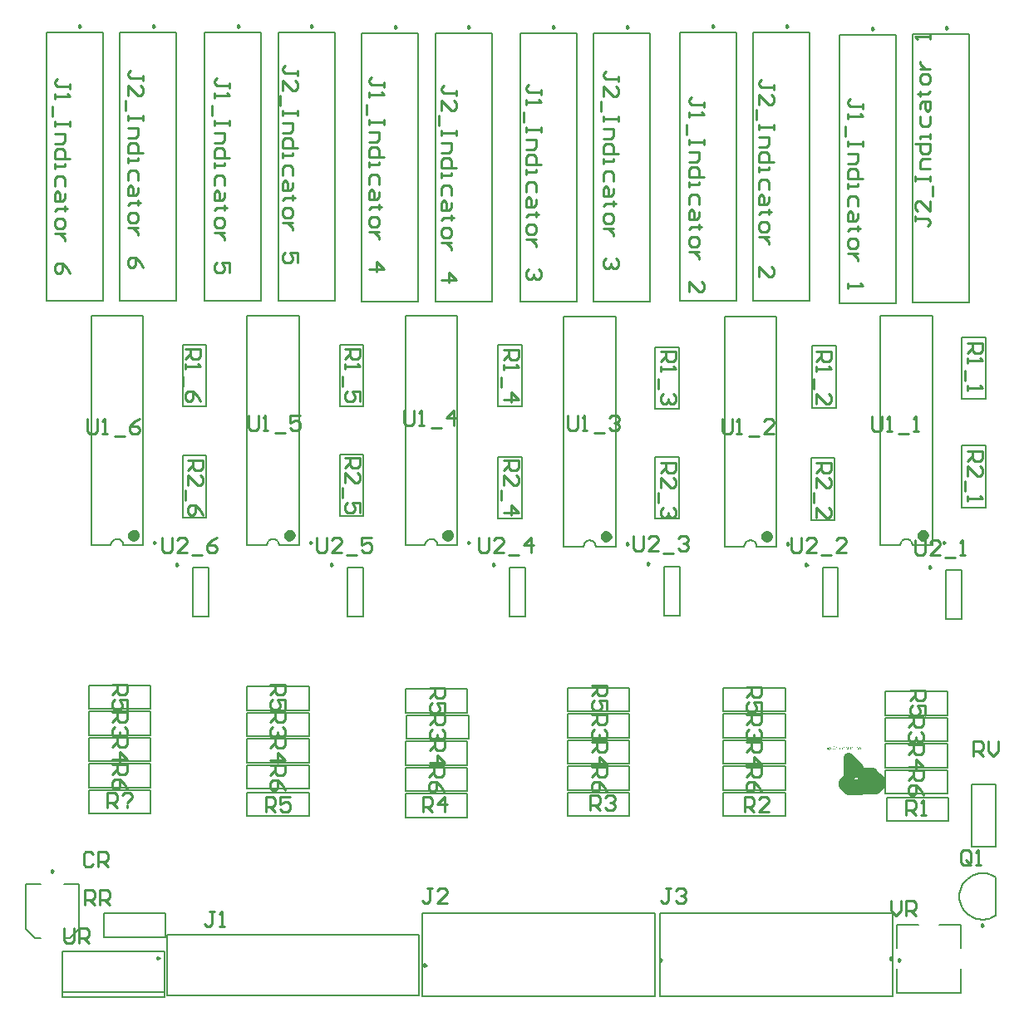
<source format=gto>
G04*
G04 #@! TF.GenerationSoftware,Altium Limited,Altium Designer,24.6.1 (21)*
G04*
G04 Layer_Color=65535*
%FSLAX25Y25*%
%MOIN*%
G70*
G04*
G04 #@! TF.SameCoordinates,BD51E7C1-7467-4EA1-BF67-8BC641B90C76*
G04*
G04*
G04 #@! TF.FilePolarity,Positive*
G04*
G01*
G75*
%ADD10C,0.00984*%
%ADD11C,0.02362*%
%ADD12C,0.00787*%
%ADD13C,0.03937*%
%ADD14C,0.01000*%
G36*
X481546Y204656D02*
X481563Y204654D01*
X481583Y204652D01*
X481604Y204650D01*
X481628Y204645D01*
X481678Y204633D01*
X481733Y204617D01*
X481761Y204606D01*
X481787Y204593D01*
X481813Y204576D01*
X481839Y204559D01*
X481840Y204558D01*
X481844Y204556D01*
X481852Y204550D01*
X481861Y204541D01*
X481870Y204532D01*
X481883Y204519D01*
X481896Y204504D01*
X481911Y204489D01*
X481926Y204471D01*
X481940Y204449D01*
X481957Y204426D01*
X481972Y204402D01*
X481985Y204375D01*
X481999Y204347D01*
X482011Y204317D01*
X482022Y204284D01*
X481855Y204245D01*
Y204247D01*
X481853Y204251D01*
X481850Y204258D01*
X481846Y204267D01*
X481842Y204278D01*
X481837Y204293D01*
X481822Y204323D01*
X481803Y204356D01*
X481781Y204389D01*
X481753Y204421D01*
X481724Y204449D01*
X481720Y204452D01*
X481709Y204460D01*
X481691Y204469D01*
X481667Y204482D01*
X481635Y204493D01*
X481600Y204504D01*
X481557Y204511D01*
X481511Y204513D01*
X481496D01*
X481487Y204511D01*
X481474D01*
X481459Y204510D01*
X481424Y204504D01*
X481385Y204497D01*
X481345Y204484D01*
X481302Y204465D01*
X481263Y204441D01*
X481261D01*
X481260Y204437D01*
X481247Y204428D01*
X481230Y204413D01*
X481210Y204391D01*
X481185Y204363D01*
X481163Y204332D01*
X481143Y204293D01*
X481124Y204251D01*
Y204249D01*
X481123Y204245D01*
X481121Y204240D01*
X481119Y204230D01*
X481115Y204219D01*
X481111Y204206D01*
X481106Y204175D01*
X481099Y204138D01*
X481091Y204097D01*
X481087Y204053D01*
X481086Y204005D01*
Y204003D01*
Y203997D01*
Y203988D01*
Y203977D01*
X481087Y203964D01*
Y203947D01*
X481089Y203929D01*
X481091Y203908D01*
X481097Y203864D01*
X481106Y203816D01*
X481117Y203768D01*
X481132Y203720D01*
Y203718D01*
X481134Y203714D01*
X481137Y203709D01*
X481141Y203699D01*
X481152Y203677D01*
X481169Y203651D01*
X481189Y203622D01*
X481215Y203590D01*
X481245Y203562D01*
X481280Y203537D01*
X481282D01*
X481285Y203535D01*
X481291Y203531D01*
X481298Y203527D01*
X481308Y203524D01*
X481319Y203518D01*
X481345Y203507D01*
X481378Y203496D01*
X481415Y203487D01*
X481456Y203479D01*
X481498Y203477D01*
X481511D01*
X481522Y203479D01*
X481535D01*
X481548Y203481D01*
X481581Y203488D01*
X481620Y203498D01*
X481659Y203512D01*
X481700Y203533D01*
X481720Y203544D01*
X481739Y203559D01*
X481741Y203560D01*
X481742Y203562D01*
X481748Y203568D01*
X481755Y203573D01*
X481763Y203583D01*
X481772Y203594D01*
X481783Y203605D01*
X481792Y203620D01*
X481803Y203636D01*
X481816Y203655D01*
X481827Y203673D01*
X481839Y203696D01*
X481848Y203720D01*
X481857Y203746D01*
X481866Y203773D01*
X481874Y203803D01*
X482044Y203760D01*
Y203759D01*
X482042Y203751D01*
X482038Y203740D01*
X482033Y203725D01*
X482027Y203709D01*
X482020Y203688D01*
X482011Y203666D01*
X481999Y203642D01*
X481974Y203590D01*
X481940Y203538D01*
X481920Y203512D01*
X481900Y203487D01*
X481878Y203464D01*
X481852Y203442D01*
X481850Y203440D01*
X481846Y203437D01*
X481837Y203433D01*
X481827Y203426D01*
X481813Y203416D01*
X481798Y203407D01*
X481777Y203398D01*
X481757Y203389D01*
X481733Y203377D01*
X481707Y203368D01*
X481679Y203359D01*
X481650Y203350D01*
X481618Y203342D01*
X481585Y203339D01*
X481550Y203335D01*
X481513Y203333D01*
X481493D01*
X481478Y203335D01*
X481461D01*
X481441Y203337D01*
X481419Y203340D01*
X481393Y203344D01*
X481339Y203353D01*
X481284Y203368D01*
X481228Y203389D01*
X481202Y203401D01*
X481176Y203416D01*
X481174Y203418D01*
X481171Y203420D01*
X481163Y203426D01*
X481156Y203433D01*
X481145Y203440D01*
X481132Y203451D01*
X481117Y203464D01*
X481102Y203479D01*
X481087Y203496D01*
X481071Y203512D01*
X481038Y203555D01*
X481006Y203605D01*
X480978Y203660D01*
Y203662D01*
X480975Y203668D01*
X480973Y203677D01*
X480967Y203688D01*
X480964Y203703D01*
X480958Y203721D01*
X480951Y203742D01*
X480945Y203764D01*
X480939Y203788D01*
X480932Y203816D01*
X480923Y203873D01*
X480915Y203938D01*
X480912Y204005D01*
Y204006D01*
Y204014D01*
Y204025D01*
X480914Y204038D01*
Y204056D01*
X480915Y204075D01*
X480917Y204099D01*
X480921Y204123D01*
X480930Y204177D01*
X480943Y204236D01*
X480962Y204295D01*
X480988Y204352D01*
X480990Y204354D01*
X480991Y204360D01*
X480995Y204367D01*
X481002Y204376D01*
X481010Y204389D01*
X481019Y204404D01*
X481043Y204437D01*
X481074Y204474D01*
X481111Y204511D01*
X481154Y204549D01*
X481204Y204580D01*
X481206Y204582D01*
X481211Y204584D01*
X481219Y204587D01*
X481228Y204593D01*
X481243Y204598D01*
X481258Y204604D01*
X481276Y204611D01*
X481297Y204619D01*
X481319Y204626D01*
X481343Y204633D01*
X481395Y204645D01*
X481454Y204654D01*
X481515Y204658D01*
X481533D01*
X481546Y204656D01*
D02*
G37*
G36*
X479889Y204302D02*
X479902Y204300D01*
X479929Y204297D01*
X479963Y204290D01*
X479998Y204278D01*
X480033Y204262D01*
X480068Y204241D01*
X480070D01*
X480072Y204238D01*
X480083Y204230D01*
X480100Y204216D01*
X480120Y204197D01*
X480142Y204173D01*
X480164Y204143D01*
X480187Y204108D01*
X480205Y204069D01*
Y204067D01*
X480207Y204064D01*
X480209Y204058D01*
X480212Y204051D01*
X480216Y204040D01*
X480220Y204027D01*
X480229Y203997D01*
X480238Y203960D01*
X480246Y203920D01*
X480251Y203873D01*
X480253Y203825D01*
Y203823D01*
Y203820D01*
Y203812D01*
Y203801D01*
X480251Y203788D01*
Y203773D01*
X480248Y203740D01*
X480240Y203699D01*
X480231Y203657D01*
X480218Y203612D01*
X480201Y203568D01*
Y203566D01*
X480199Y203562D01*
X480196Y203557D01*
X480192Y203550D01*
X480179Y203529D01*
X480162Y203503D01*
X480142Y203475D01*
X480116Y203448D01*
X480087Y203420D01*
X480052Y203394D01*
X480050D01*
X480048Y203392D01*
X480042Y203389D01*
X480035Y203385D01*
X480016Y203376D01*
X479990Y203364D01*
X479959Y203353D01*
X479926Y203344D01*
X479887Y203337D01*
X479848Y203335D01*
X479835D01*
X479820Y203337D01*
X479802Y203339D01*
X479780Y203342D01*
X479755Y203348D01*
X479732Y203355D01*
X479707Y203366D01*
X479706Y203368D01*
X479696Y203372D01*
X479685Y203379D01*
X479670Y203390D01*
X479656Y203401D01*
X479637Y203416D01*
X479620Y203433D01*
X479606Y203451D01*
Y203000D01*
X479448D01*
Y204284D01*
X479591D01*
Y204162D01*
X479593Y204166D01*
X479600Y204173D01*
X479609Y204186D01*
X479624Y204201D01*
X479641Y204219D01*
X479659Y204236D01*
X479681Y204252D01*
X479704Y204267D01*
X479707Y204269D01*
X479715Y204273D01*
X479730Y204278D01*
X479748Y204286D01*
X479770Y204293D01*
X479796Y204299D01*
X479826Y204302D01*
X479859Y204304D01*
X479879D01*
X479889Y204302D01*
D02*
G37*
G36*
X484688D02*
X484708Y204300D01*
X484732Y204297D01*
X484758Y204291D01*
X484786Y204284D01*
X484811Y204273D01*
X484815Y204271D01*
X484823Y204267D01*
X484836Y204262D01*
X484850Y204252D01*
X484869Y204241D01*
X484886Y204226D01*
X484902Y204212D01*
X484917Y204193D01*
X484919Y204191D01*
X484923Y204184D01*
X484928Y204175D01*
X484937Y204162D01*
X484945Y204143D01*
X484952Y204125D01*
X484961Y204103D01*
X484967Y204079D01*
Y204077D01*
X484969Y204069D01*
X484971Y204058D01*
X484972Y204043D01*
Y204021D01*
X484974Y203995D01*
X484976Y203964D01*
Y203925D01*
Y203355D01*
X484819D01*
Y203918D01*
Y203920D01*
Y203921D01*
Y203934D01*
Y203951D01*
X484817Y203971D01*
X484815Y203995D01*
X484811Y204019D01*
X484806Y204042D01*
X484800Y204062D01*
Y204064D01*
X484797Y204069D01*
X484791Y204079D01*
X484786Y204090D01*
X484776Y204101D01*
X484765Y204114D01*
X484751Y204127D01*
X484734Y204138D01*
X484732Y204140D01*
X484726Y204143D01*
X484715Y204147D01*
X484702Y204152D01*
X484688Y204158D01*
X484669Y204164D01*
X484647Y204166D01*
X484625Y204167D01*
X484615D01*
X484608Y204166D01*
X484589Y204164D01*
X484565Y204160D01*
X484540Y204151D01*
X484510Y204140D01*
X484480Y204125D01*
X484453Y204103D01*
X484449Y204099D01*
X484442Y204090D01*
X484436Y204082D01*
X484431Y204073D01*
X484423Y204062D01*
X484417Y204049D01*
X484410Y204034D01*
X484403Y204016D01*
X484397Y203995D01*
X484392Y203973D01*
X484388Y203949D01*
X484384Y203923D01*
X484380Y203892D01*
Y203860D01*
Y203355D01*
X484223D01*
Y204284D01*
X484364D01*
Y204151D01*
X484366Y204152D01*
X484369Y204158D01*
X484375Y204166D01*
X484382Y204175D01*
X484394Y204186D01*
X484406Y204199D01*
X484421Y204214D01*
X484440Y204228D01*
X484458Y204241D01*
X484480Y204256D01*
X484504Y204269D01*
X484530Y204280D01*
X484560Y204290D01*
X484589Y204297D01*
X484623Y204302D01*
X484658Y204304D01*
X484673D01*
X484688Y204302D01*
D02*
G37*
G36*
X483692D02*
X483713Y204300D01*
X483737Y204297D01*
X483763Y204291D01*
X483790Y204284D01*
X483816Y204273D01*
X483820Y204271D01*
X483827Y204267D01*
X483840Y204262D01*
X483855Y204252D01*
X483874Y204241D01*
X483890Y204226D01*
X483907Y204212D01*
X483922Y204193D01*
X483923Y204191D01*
X483927Y204184D01*
X483933Y204175D01*
X483942Y204162D01*
X483949Y204143D01*
X483957Y204125D01*
X483966Y204103D01*
X483972Y204079D01*
Y204077D01*
X483974Y204069D01*
X483975Y204058D01*
X483977Y204043D01*
Y204021D01*
X483979Y203995D01*
X483981Y203964D01*
Y203925D01*
Y203355D01*
X483824D01*
Y203918D01*
Y203920D01*
Y203921D01*
Y203934D01*
Y203951D01*
X483822Y203971D01*
X483820Y203995D01*
X483816Y204019D01*
X483811Y204042D01*
X483805Y204062D01*
Y204064D01*
X483802Y204069D01*
X483796Y204079D01*
X483790Y204090D01*
X483781Y204101D01*
X483770Y204114D01*
X483755Y204127D01*
X483739Y204138D01*
X483737Y204140D01*
X483731Y204143D01*
X483720Y204147D01*
X483707Y204152D01*
X483692Y204158D01*
X483674Y204164D01*
X483652Y204166D01*
X483629Y204167D01*
X483620D01*
X483613Y204166D01*
X483594Y204164D01*
X483570Y204160D01*
X483544Y204151D01*
X483515Y204140D01*
X483485Y204125D01*
X483457Y204103D01*
X483454Y204099D01*
X483446Y204090D01*
X483441Y204082D01*
X483435Y204073D01*
X483428Y204062D01*
X483422Y204049D01*
X483415Y204034D01*
X483407Y204016D01*
X483402Y203995D01*
X483396Y203973D01*
X483393Y203949D01*
X483389Y203923D01*
X483385Y203892D01*
Y203860D01*
Y203355D01*
X483228D01*
Y204284D01*
X483368D01*
Y204151D01*
X483370Y204152D01*
X483374Y204158D01*
X483380Y204166D01*
X483387Y204175D01*
X483398Y204186D01*
X483411Y204199D01*
X483426Y204214D01*
X483444Y204228D01*
X483463Y204241D01*
X483485Y204256D01*
X483509Y204269D01*
X483535Y204280D01*
X483565Y204290D01*
X483594Y204297D01*
X483628Y204302D01*
X483663Y204304D01*
X483677D01*
X483692Y204302D01*
D02*
G37*
G36*
X478951D02*
X478964D01*
X478977Y204300D01*
X479008Y204295D01*
X479041Y204286D01*
X479077Y204271D01*
X479112Y204252D01*
X479141Y204226D01*
X479145Y204223D01*
X479152Y204212D01*
X479165Y204195D01*
X479171Y204182D01*
X479178Y204169D01*
X479186Y204152D01*
X479191Y204136D01*
X479199Y204117D01*
X479204Y204095D01*
X479208Y204073D01*
X479212Y204047D01*
X479215Y204021D01*
Y203992D01*
Y203355D01*
X479058D01*
Y203938D01*
Y203940D01*
Y203942D01*
Y203953D01*
Y203969D01*
X479056Y203990D01*
X479054Y204012D01*
X479052Y204034D01*
X479049Y204056D01*
X479043Y204073D01*
Y204075D01*
X479039Y204080D01*
X479036Y204088D01*
X479030Y204097D01*
X479023Y204108D01*
X479014Y204119D01*
X479003Y204130D01*
X478988Y204141D01*
X478986Y204143D01*
X478980Y204145D01*
X478973Y204149D01*
X478960Y204154D01*
X478947Y204160D01*
X478930Y204164D01*
X478914Y204166D01*
X478893Y204167D01*
X478884D01*
X478877Y204166D01*
X478858Y204164D01*
X478836Y204160D01*
X478810Y204151D01*
X478782Y204140D01*
X478755Y204123D01*
X478729Y204101D01*
X478727Y204097D01*
X478720Y204088D01*
X478708Y204073D01*
X478697Y204051D01*
X478684Y204021D01*
X478675Y203986D01*
X478668Y203943D01*
X478664Y203894D01*
Y203355D01*
X478507D01*
Y203956D01*
Y203958D01*
Y203962D01*
Y203966D01*
Y203973D01*
X478505Y203994D01*
X478501Y204016D01*
X478498Y204042D01*
X478490Y204067D01*
X478481Y204092D01*
X478468Y204114D01*
X478466Y204116D01*
X478461Y204123D01*
X478451Y204130D01*
X478438Y204141D01*
X478422Y204151D01*
X478399Y204160D01*
X478373Y204166D01*
X478342Y204167D01*
X478331D01*
X478318Y204166D01*
X478303Y204164D01*
X478285Y204158D01*
X478263Y204152D01*
X478242Y204143D01*
X478220Y204132D01*
X478218Y204130D01*
X478211Y204125D01*
X478201Y204117D01*
X478189Y204106D01*
X478176Y204092D01*
X478163Y204073D01*
X478150Y204053D01*
X478139Y204029D01*
X478137Y204025D01*
X478135Y204016D01*
X478131Y204001D01*
X478126Y203980D01*
X478120Y203953D01*
X478116Y203920D01*
X478115Y203881D01*
X478113Y203836D01*
Y203355D01*
X477955D01*
Y204284D01*
X478096D01*
Y204151D01*
X478098Y204154D01*
X478103Y204162D01*
X478115Y204175D01*
X478127Y204190D01*
X478144Y204208D01*
X478164Y204226D01*
X478187Y204245D01*
X478213Y204262D01*
X478216Y204264D01*
X478226Y204269D01*
X478240Y204275D01*
X478261Y204284D01*
X478285Y204291D01*
X478312Y204297D01*
X478344Y204302D01*
X478377Y204304D01*
X478394D01*
X478414Y204302D01*
X478436Y204299D01*
X478464Y204293D01*
X478492Y204286D01*
X478520Y204275D01*
X478546Y204260D01*
X478549Y204258D01*
X478557Y204252D01*
X478568Y204243D01*
X478583Y204228D01*
X478597Y204212D01*
X478614Y204191D01*
X478629Y204167D01*
X478640Y204140D01*
X478642Y204141D01*
X478646Y204147D01*
X478651Y204154D01*
X478660Y204166D01*
X478671Y204178D01*
X478684Y204191D01*
X478699Y204206D01*
X478718Y204223D01*
X478738Y204238D01*
X478758Y204252D01*
X478782Y204265D01*
X478808Y204278D01*
X478836Y204290D01*
X478866Y204297D01*
X478895Y204302D01*
X478929Y204304D01*
X478941D01*
X478951Y204302D01*
D02*
G37*
G36*
X490935D02*
X490963Y204300D01*
X490992Y204297D01*
X491024Y204290D01*
X491057Y204282D01*
X491089Y204271D01*
X491090D01*
X491092Y204269D01*
X491102Y204265D01*
X491116Y204258D01*
X491135Y204249D01*
X491155Y204236D01*
X491176Y204221D01*
X491194Y204204D01*
X491211Y204186D01*
X491213Y204184D01*
X491216Y204177D01*
X491224Y204164D01*
X491233Y204149D01*
X491242Y204127D01*
X491251Y204103D01*
X491259Y204075D01*
X491266Y204043D01*
X491113Y204023D01*
Y204027D01*
X491111Y204034D01*
X491107Y204047D01*
X491102Y204064D01*
X491092Y204080D01*
X491081Y204099D01*
X491068Y204117D01*
X491050Y204134D01*
X491048Y204136D01*
X491041Y204140D01*
X491029Y204147D01*
X491013Y204154D01*
X490994Y204162D01*
X490970Y204169D01*
X490941Y204173D01*
X490909Y204175D01*
X490891D01*
X490872Y204173D01*
X490848Y204171D01*
X490824Y204166D01*
X490798Y204160D01*
X490774Y204151D01*
X490754Y204138D01*
X490752Y204136D01*
X490746Y204132D01*
X490739Y204125D01*
X490731Y204114D01*
X490722Y204103D01*
X490715Y204088D01*
X490709Y204071D01*
X490707Y204054D01*
Y204053D01*
Y204049D01*
X490709Y204043D01*
Y204036D01*
X490715Y204017D01*
X490726Y203999D01*
X490728Y203997D01*
X490730Y203995D01*
X490733Y203990D01*
X490741Y203984D01*
X490748Y203979D01*
X490759Y203971D01*
X490772Y203966D01*
X490787Y203958D01*
X490789D01*
X490793Y203956D01*
X490800Y203955D01*
X490813Y203949D01*
X490832Y203943D01*
X490856Y203938D01*
X490870Y203932D01*
X490887Y203929D01*
X490906Y203923D01*
X490926Y203918D01*
X490928D01*
X490933Y203916D01*
X490942Y203914D01*
X490953Y203910D01*
X490967Y203906D01*
X490983Y203903D01*
X491018Y203892D01*
X491057Y203881D01*
X491096Y203868D01*
X491131Y203855D01*
X491146Y203849D01*
X491159Y203844D01*
X491163Y203842D01*
X491170Y203838D01*
X491181Y203833D01*
X491198Y203823D01*
X491214Y203812D01*
X491231Y203797D01*
X491248Y203781D01*
X491262Y203762D01*
X491264Y203760D01*
X491268Y203753D01*
X491276Y203742D01*
X491283Y203725D01*
X491288Y203705D01*
X491296Y203683D01*
X491299Y203657D01*
X491301Y203627D01*
Y203624D01*
Y203614D01*
X491299Y203599D01*
X491296Y203579D01*
X491290Y203557D01*
X491281Y203533D01*
X491270Y203505D01*
X491255Y203479D01*
X491253Y203475D01*
X491246Y203468D01*
X491237Y203455D01*
X491222Y203440D01*
X491201Y203424D01*
X491179Y203405D01*
X491153Y203389D01*
X491122Y203372D01*
X491120D01*
X491118Y203370D01*
X491107Y203366D01*
X491089Y203361D01*
X491065Y203353D01*
X491035Y203346D01*
X491002Y203340D01*
X490967Y203337D01*
X490926Y203335D01*
X490909D01*
X490896Y203337D01*
X490881D01*
X490863Y203339D01*
X490844Y203340D01*
X490824Y203344D01*
X490780Y203353D01*
X490733Y203366D01*
X490689Y203385D01*
X490669Y203396D01*
X490650Y203409D01*
X490648Y203411D01*
X490647Y203413D01*
X490635Y203424D01*
X490619Y203440D01*
X490600Y203466D01*
X490580Y203498D01*
X490559Y203535D01*
X490543Y203581D01*
X490530Y203633D01*
X490685Y203657D01*
Y203655D01*
Y203653D01*
X490689Y203642D01*
X490693Y203624D01*
X490700Y203603D01*
X490709Y203581D01*
X490720Y203557D01*
X490737Y203533D01*
X490757Y203512D01*
X490761Y203511D01*
X490768Y203505D01*
X490783Y203498D01*
X490802Y203488D01*
X490826Y203479D01*
X490854Y203472D01*
X490887Y203466D01*
X490926Y203464D01*
X490944D01*
X490963Y203466D01*
X490987Y203470D01*
X491013Y203475D01*
X491041Y203483D01*
X491065Y203492D01*
X491087Y203507D01*
X491089Y203509D01*
X491096Y203514D01*
X491103Y203524D01*
X491115Y203537D01*
X491124Y203551D01*
X491133Y203570D01*
X491139Y203588D01*
X491140Y203610D01*
Y203612D01*
Y203620D01*
X491139Y203629D01*
X491135Y203642D01*
X491129Y203655D01*
X491120Y203668D01*
X491109Y203683D01*
X491092Y203694D01*
X491090Y203696D01*
X491085Y203697D01*
X491076Y203703D01*
X491061Y203709D01*
X491039Y203716D01*
X491026Y203721D01*
X491011Y203725D01*
X490994Y203731D01*
X490976Y203736D01*
X490955Y203742D01*
X490931Y203747D01*
X490930D01*
X490924Y203749D01*
X490915Y203751D01*
X490904Y203755D01*
X490889Y203759D01*
X490872Y203764D01*
X490837Y203773D01*
X490796Y203786D01*
X490757Y203797D01*
X490720Y203810D01*
X490704Y203818D01*
X490691Y203823D01*
X490687Y203825D01*
X490680Y203829D01*
X490669Y203836D01*
X490654Y203846D01*
X490637Y203858D01*
X490621Y203873D01*
X490604Y203890D01*
X490589Y203910D01*
X490587Y203912D01*
X490584Y203920D01*
X490578Y203932D01*
X490573Y203947D01*
X490567Y203966D01*
X490561Y203988D01*
X490558Y204010D01*
X490556Y204036D01*
Y204040D01*
Y204047D01*
X490558Y204058D01*
X490559Y204075D01*
X490563Y204092D01*
X490567Y204112D01*
X490574Y204130D01*
X490584Y204151D01*
X490585Y204152D01*
X490589Y204160D01*
X490595Y204169D01*
X490604Y204182D01*
X490615Y204195D01*
X490628Y204212D01*
X490643Y204226D01*
X490661Y204240D01*
X490663Y204241D01*
X490669Y204243D01*
X490676Y204249D01*
X490687Y204254D01*
X490702Y204262D01*
X490719Y204269D01*
X490739Y204276D01*
X490761Y204284D01*
X490765Y204286D01*
X490772Y204288D01*
X490785Y204291D01*
X490802Y204295D01*
X490822Y204299D01*
X490844Y204300D01*
X490870Y204304D01*
X490915D01*
X490935Y204302D01*
D02*
G37*
G36*
X486615D02*
X486626D01*
X486641Y204300D01*
X486676Y204295D01*
X486715Y204286D01*
X486756Y204271D01*
X486797Y204252D01*
X486835Y204226D01*
X486837D01*
X486839Y204223D01*
X486850Y204212D01*
X486867Y204195D01*
X486887Y204171D01*
X486908Y204141D01*
X486928Y204104D01*
X486946Y204062D01*
X486959Y204012D01*
X486806Y203988D01*
Y203990D01*
X486804Y203992D01*
X486802Y204003D01*
X486797Y204019D01*
X486787Y204040D01*
X486778Y204062D01*
X486763Y204086D01*
X486747Y204108D01*
X486728Y204127D01*
X486726Y204129D01*
X486719Y204134D01*
X486706Y204141D01*
X486691Y204151D01*
X486671Y204160D01*
X486649Y204167D01*
X486623Y204173D01*
X486595Y204175D01*
X486584D01*
X486575Y204173D01*
X486554Y204171D01*
X486526Y204164D01*
X486497Y204154D01*
X486464Y204140D01*
X486432Y204117D01*
X486417Y204104D01*
X486403Y204090D01*
Y204088D01*
X486399Y204086D01*
X486395Y204080D01*
X486391Y204073D01*
X486386Y204064D01*
X486378Y204053D01*
X486373Y204040D01*
X486366Y204025D01*
X486358Y204006D01*
X486353Y203986D01*
X486345Y203964D01*
X486340Y203940D01*
X486336Y203914D01*
X486332Y203884D01*
X486329Y203853D01*
Y203820D01*
Y203818D01*
Y203812D01*
Y203801D01*
X486330Y203790D01*
Y203773D01*
X486332Y203757D01*
X486338Y203716D01*
X486345Y203672D01*
X486358Y203625D01*
X486375Y203585D01*
X486386Y203564D01*
X486399Y203548D01*
X486403Y203544D01*
X486412Y203535D01*
X486428Y203522D01*
X486449Y203507D01*
X486477Y203490D01*
X486508Y203477D01*
X486545Y203468D01*
X486565Y203466D01*
X486586Y203464D01*
X486589D01*
X486600Y203466D01*
X486619Y203468D01*
X486639Y203472D01*
X486663Y203477D01*
X486689Y203488D01*
X486715Y203501D01*
X486739Y203520D01*
X486743Y203522D01*
X486749Y203531D01*
X486760Y203544D01*
X486772Y203564D01*
X486786Y203588D01*
X486800Y203618D01*
X486811Y203655D01*
X486819Y203696D01*
X486974Y203675D01*
Y203673D01*
X486972Y203668D01*
X486971Y203660D01*
X486969Y203649D01*
X486965Y203635D01*
X486961Y203620D01*
X486948Y203583D01*
X486932Y203544D01*
X486908Y203501D01*
X486878Y203461D01*
X486861Y203442D01*
X486843Y203424D01*
X486841Y203422D01*
X486837Y203420D01*
X486832Y203416D01*
X486824Y203411D01*
X486815Y203403D01*
X486802Y203396D01*
X486787Y203389D01*
X486772Y203379D01*
X486735Y203363D01*
X486691Y203350D01*
X486643Y203339D01*
X486615Y203337D01*
X486588Y203335D01*
X486569D01*
X486556Y203337D01*
X486540Y203339D01*
X486521Y203342D01*
X486501Y203346D01*
X486478Y203350D01*
X486428Y203364D01*
X486404Y203376D01*
X486378Y203387D01*
X486353Y203401D01*
X486329Y203418D01*
X486305Y203437D01*
X486282Y203459D01*
X486280Y203461D01*
X486277Y203464D01*
X486271Y203472D01*
X486264Y203481D01*
X486256Y203494D01*
X486245Y203511D01*
X486236Y203529D01*
X486225Y203550D01*
X486214Y203573D01*
X486205Y203601D01*
X486194Y203629D01*
X486186Y203662D01*
X486179Y203696D01*
X486173Y203734D01*
X486169Y203773D01*
X486168Y203816D01*
Y203818D01*
Y203823D01*
Y203831D01*
Y203842D01*
X486169Y203855D01*
Y203870D01*
X486171Y203886D01*
X486173Y203905D01*
X486179Y203945D01*
X486188Y203990D01*
X486199Y204034D01*
X486216Y204079D01*
Y204080D01*
X486218Y204084D01*
X486221Y204090D01*
X486225Y204097D01*
X486236Y204117D01*
X486253Y204141D01*
X486275Y204169D01*
X486301Y204197D01*
X486332Y204225D01*
X486367Y204247D01*
X486369D01*
X486373Y204249D01*
X486378Y204252D01*
X486386Y204256D01*
X486395Y204260D01*
X486406Y204265D01*
X486434Y204276D01*
X486465Y204286D01*
X486504Y204295D01*
X486545Y204302D01*
X486589Y204304D01*
X486604D01*
X486615Y204302D01*
D02*
G37*
G36*
X476705Y203762D02*
Y203760D01*
Y203755D01*
Y203747D01*
Y203736D01*
X476703Y203721D01*
Y203707D01*
X476699Y203672D01*
X476696Y203631D01*
X476688Y203588D01*
X476677Y203550D01*
X476664Y203512D01*
Y203511D01*
X476662Y203509D01*
X476657Y203498D01*
X476648Y203483D01*
X476635Y203463D01*
X476616Y203442D01*
X476596Y203420D01*
X476570Y203398D01*
X476540Y203379D01*
X476537Y203377D01*
X476525Y203372D01*
X476509Y203364D01*
X476485Y203357D01*
X476455Y203348D01*
X476422Y203340D01*
X476385Y203335D01*
X476344Y203333D01*
X476328D01*
X476316Y203335D01*
X476302Y203337D01*
X476287Y203339D01*
X476248Y203346D01*
X476207Y203357D01*
X476165Y203374D01*
X476143Y203385D01*
X476122Y203398D01*
X476104Y203413D01*
X476085Y203429D01*
X476083Y203431D01*
X476081Y203433D01*
X476078Y203440D01*
X476072Y203448D01*
X476065Y203457D01*
X476057Y203470D01*
X476050Y203485D01*
X476041Y203501D01*
X476033Y203520D01*
X476026Y203542D01*
X476018Y203564D01*
X476011Y203590D01*
X476007Y203618D01*
X476002Y203649D01*
X476000Y203681D01*
Y203716D01*
X476154Y203738D01*
Y203736D01*
Y203733D01*
Y203725D01*
X476155Y203714D01*
X476157Y203703D01*
Y203690D01*
X476163Y203659D01*
X476168Y203625D01*
X476179Y203592D01*
X476191Y203562D01*
X476198Y203550D01*
X476207Y203538D01*
X476209Y203537D01*
X476216Y203531D01*
X476228Y203522D01*
X476242Y203512D01*
X476263Y203501D01*
X476285Y203494D01*
X476313Y203487D01*
X476342Y203485D01*
X476353D01*
X476365Y203487D01*
X476381Y203488D01*
X476398Y203492D01*
X476416Y203496D01*
X476435Y203503D01*
X476453Y203512D01*
X476455Y203514D01*
X476461Y203518D01*
X476468Y203525D01*
X476479Y203533D01*
X476488Y203546D01*
X476500Y203559D01*
X476509Y203573D01*
X476516Y203592D01*
Y203594D01*
X476520Y203601D01*
X476522Y203614D01*
X476525Y203631D01*
X476529Y203653D01*
X476531Y203681D01*
X476535Y203714D01*
Y203753D01*
Y204635D01*
X476705D01*
Y203762D01*
D02*
G37*
G36*
X477711Y203355D02*
X477571D01*
Y203490D01*
X477569Y203488D01*
X477565Y203483D01*
X477560Y203475D01*
X477550Y203466D01*
X477539Y203455D01*
X477526Y203440D01*
X477511Y203427D01*
X477493Y203413D01*
X477473Y203398D01*
X477450Y203385D01*
X477426Y203372D01*
X477400Y203359D01*
X477371Y203350D01*
X477341Y203342D01*
X477308Y203337D01*
X477275Y203335D01*
X477262D01*
X477245Y203337D01*
X477225Y203339D01*
X477201Y203342D01*
X477175Y203348D01*
X477149Y203355D01*
X477121Y203366D01*
X477117Y203368D01*
X477110Y203372D01*
X477097Y203379D01*
X477082Y203389D01*
X477064Y203400D01*
X477047Y203413D01*
X477031Y203427D01*
X477016Y203444D01*
X477014Y203446D01*
X477010Y203453D01*
X477005Y203463D01*
X476997Y203477D01*
X476988Y203494D01*
X476980Y203514D01*
X476973Y203537D01*
X476968Y203560D01*
Y203562D01*
X476966Y203570D01*
X476964Y203581D01*
Y203596D01*
X476962Y203618D01*
X476960Y203642D01*
X476958Y203673D01*
Y203709D01*
Y204284D01*
X477115D01*
Y203768D01*
Y203766D01*
Y203762D01*
Y203757D01*
Y203747D01*
Y203727D01*
X477117Y203701D01*
Y203673D01*
X477119Y203646D01*
X477121Y203622D01*
X477125Y203601D01*
Y203599D01*
X477129Y203592D01*
X477132Y203581D01*
X477138Y203566D01*
X477147Y203551D01*
X477158Y203535D01*
X477171Y203520D01*
X477188Y203505D01*
X477189Y203503D01*
X477197Y203500D01*
X477206Y203494D01*
X477221Y203488D01*
X477238Y203481D01*
X477258Y203475D01*
X477280Y203472D01*
X477306Y203470D01*
X477319D01*
X477332Y203472D01*
X477349Y203474D01*
X477369Y203479D01*
X477391Y203485D01*
X477415Y203494D01*
X477439Y203505D01*
X477443Y203507D01*
X477450Y203512D01*
X477461Y203520D01*
X477474Y203531D01*
X477489Y203546D01*
X477504Y203562D01*
X477517Y203581D01*
X477528Y203603D01*
X477530Y203607D01*
X477532Y203614D01*
X477535Y203629D01*
X477541Y203649D01*
X477547Y203675D01*
X477550Y203707D01*
X477552Y203744D01*
X477554Y203786D01*
Y204284D01*
X477711D01*
Y203355D01*
D02*
G37*
G36*
X488760Y204177D02*
X488761Y204178D01*
X488765Y204182D01*
X488771Y204188D01*
X488780Y204197D01*
X488789Y204206D01*
X488802Y204217D01*
X488819Y204228D01*
X488835Y204241D01*
X488854Y204252D01*
X488874Y204264D01*
X488922Y204284D01*
X488948Y204293D01*
X488976Y204299D01*
X489006Y204302D01*
X489035Y204304D01*
X489052D01*
X489072Y204302D01*
X489096Y204299D01*
X489124Y204295D01*
X489153Y204288D01*
X489183Y204276D01*
X489213Y204264D01*
X489216Y204262D01*
X489226Y204256D01*
X489239Y204247D01*
X489255Y204234D01*
X489272Y204217D01*
X489290Y204199D01*
X489307Y204177D01*
X489322Y204151D01*
X489324Y204147D01*
X489327Y204138D01*
X489333Y204121D01*
X489338Y204097D01*
X489344Y204067D01*
X489350Y204032D01*
X489353Y203990D01*
X489355Y203942D01*
Y203355D01*
X489198D01*
Y203943D01*
Y203945D01*
Y203949D01*
Y203955D01*
Y203962D01*
X489196Y203982D01*
X489192Y204008D01*
X489185Y204036D01*
X489176Y204064D01*
X489163Y204092D01*
X489146Y204114D01*
X489144Y204116D01*
X489137Y204123D01*
X489126Y204132D01*
X489109Y204141D01*
X489089Y204152D01*
X489065Y204160D01*
X489035Y204167D01*
X489002Y204169D01*
X488991D01*
X488978Y204167D01*
X488959Y204166D01*
X488941Y204160D01*
X488918Y204154D01*
X488896Y204145D01*
X488872Y204132D01*
X488870Y204130D01*
X488863Y204125D01*
X488852Y204117D01*
X488839Y204106D01*
X488824Y204092D01*
X488809Y204075D01*
X488797Y204054D01*
X488785Y204032D01*
X488784Y204029D01*
X488782Y204021D01*
X488778Y204006D01*
X488772Y203988D01*
X488767Y203964D01*
X488763Y203934D01*
X488761Y203901D01*
X488760Y203862D01*
Y203355D01*
X488602D01*
Y204635D01*
X488760D01*
Y204177D01*
D02*
G37*
G36*
X488288Y204284D02*
X488447D01*
Y204162D01*
X488288D01*
Y203616D01*
Y203612D01*
Y203605D01*
Y203594D01*
X488289Y203581D01*
X488291Y203551D01*
X488293Y203538D01*
X488295Y203529D01*
X488297Y203525D01*
X488303Y203518D01*
X488310Y203509D01*
X488323Y203500D01*
X488327Y203498D01*
X488336Y203494D01*
X488352Y203490D01*
X488377Y203488D01*
X488395D01*
X488404Y203490D01*
X488417D01*
X488432Y203492D01*
X488447Y203494D01*
X488467Y203355D01*
X488463D01*
X488456Y203353D01*
X488443Y203351D01*
X488426Y203350D01*
X488408Y203346D01*
X488388Y203344D01*
X488347Y203342D01*
X488332D01*
X488317Y203344D01*
X488299Y203346D01*
X488277Y203348D01*
X488254Y203353D01*
X488234Y203359D01*
X488214Y203368D01*
X488212Y203370D01*
X488206Y203374D01*
X488199Y203379D01*
X488188Y203389D01*
X488178Y203398D01*
X488167Y203411D01*
X488156Y203424D01*
X488149Y203440D01*
Y203442D01*
X488145Y203450D01*
X488143Y203463D01*
X488140Y203481D01*
X488136Y203505D01*
X488134Y203520D01*
Y203537D01*
X488132Y203557D01*
X488131Y203577D01*
Y203599D01*
Y203625D01*
Y204162D01*
X488014D01*
Y204284D01*
X488131D01*
Y204513D01*
X488288Y204608D01*
Y204284D01*
D02*
G37*
G36*
X487292D02*
X487452D01*
Y204162D01*
X487292D01*
Y203616D01*
Y203612D01*
Y203605D01*
Y203594D01*
X487294Y203581D01*
X487296Y203551D01*
X487298Y203538D01*
X487300Y203529D01*
X487302Y203525D01*
X487307Y203518D01*
X487315Y203509D01*
X487327Y203500D01*
X487331Y203498D01*
X487340Y203494D01*
X487357Y203490D01*
X487381Y203488D01*
X487400D01*
X487409Y203490D01*
X487422D01*
X487437Y203492D01*
X487452Y203494D01*
X487472Y203355D01*
X487468D01*
X487461Y203353D01*
X487448Y203351D01*
X487431Y203350D01*
X487413Y203346D01*
X487392Y203344D01*
X487352Y203342D01*
X487337D01*
X487322Y203344D01*
X487303Y203346D01*
X487281Y203348D01*
X487259Y203353D01*
X487239Y203359D01*
X487218Y203368D01*
X487217Y203370D01*
X487211Y203374D01*
X487204Y203379D01*
X487192Y203389D01*
X487183Y203398D01*
X487172Y203411D01*
X487161Y203424D01*
X487154Y203440D01*
Y203442D01*
X487150Y203450D01*
X487148Y203463D01*
X487144Y203481D01*
X487141Y203505D01*
X487139Y203520D01*
Y203537D01*
X487137Y203557D01*
X487135Y203577D01*
Y203599D01*
Y203625D01*
Y204162D01*
X487019D01*
Y204284D01*
X487135D01*
Y204513D01*
X487292Y204608D01*
Y204284D01*
D02*
G37*
G36*
X491899Y204302D02*
X491914Y204300D01*
X491932Y204297D01*
X491953Y204293D01*
X491977Y204288D01*
X491999Y204282D01*
X492025Y204273D01*
X492049Y204264D01*
X492075Y204251D01*
X492101Y204236D01*
X492127Y204219D01*
X492150Y204199D01*
X492173Y204177D01*
X492174Y204175D01*
X492178Y204171D01*
X492184Y204164D01*
X492191Y204152D01*
X492201Y204140D01*
X492210Y204125D01*
X492221Y204106D01*
X492232Y204084D01*
X492243Y204060D01*
X492254Y204034D01*
X492263Y204005D01*
X492273Y203973D01*
X492280Y203938D01*
X492285Y203901D01*
X492289Y203862D01*
X492291Y203820D01*
Y203818D01*
Y203810D01*
Y203797D01*
X492289Y203779D01*
X491596D01*
Y203777D01*
Y203771D01*
X491597Y203764D01*
Y203753D01*
X491599Y203740D01*
X491603Y203725D01*
X491608Y203692D01*
X491619Y203655D01*
X491634Y203614D01*
X491655Y203577D01*
X491681Y203544D01*
X491682D01*
X491684Y203540D01*
X491695Y203531D01*
X491712Y203518D01*
X491734Y203505D01*
X491764Y203490D01*
X491797Y203477D01*
X491834Y203468D01*
X491854Y203466D01*
X491877Y203464D01*
X491891D01*
X491908Y203466D01*
X491928Y203470D01*
X491951Y203475D01*
X491977Y203483D01*
X492001Y203494D01*
X492025Y203509D01*
X492027Y203511D01*
X492036Y203518D01*
X492047Y203529D01*
X492060Y203544D01*
X492075Y203564D01*
X492091Y203590D01*
X492108Y203620D01*
X492123Y203655D01*
X492285Y203635D01*
Y203633D01*
X492284Y203629D01*
X492282Y203622D01*
X492278Y203610D01*
X492273Y203599D01*
X492267Y203585D01*
X492252Y203553D01*
X492234Y203518D01*
X492208Y203481D01*
X492178Y203446D01*
X492141Y203413D01*
X492139D01*
X492136Y203409D01*
X492130Y203405D01*
X492123Y203400D01*
X492112Y203394D01*
X492101Y203389D01*
X492086Y203381D01*
X492069Y203374D01*
X492051Y203366D01*
X492032Y203359D01*
X491986Y203348D01*
X491934Y203339D01*
X491877Y203335D01*
X491856D01*
X491843Y203337D01*
X491827Y203339D01*
X491806Y203342D01*
X491784Y203346D01*
X491760Y203350D01*
X491708Y203364D01*
X491681Y203376D01*
X491655Y203387D01*
X491627Y203401D01*
X491601Y203418D01*
X491577Y203437D01*
X491553Y203459D01*
X491551Y203461D01*
X491547Y203464D01*
X491542Y203472D01*
X491535Y203483D01*
X491525Y203496D01*
X491516Y203511D01*
X491505Y203529D01*
X491494Y203550D01*
X491483Y203573D01*
X491472Y203599D01*
X491462Y203629D01*
X491453Y203660D01*
X491446Y203694D01*
X491440Y203731D01*
X491436Y203770D01*
X491435Y203810D01*
Y203812D01*
Y203821D01*
Y203833D01*
X491436Y203849D01*
X491438Y203870D01*
X491440Y203892D01*
X491444Y203918D01*
X491449Y203943D01*
X491464Y204003D01*
X491473Y204032D01*
X491484Y204064D01*
X491499Y204093D01*
X491516Y204121D01*
X491535Y204149D01*
X491555Y204175D01*
X491557Y204177D01*
X491560Y204180D01*
X491568Y204186D01*
X491577Y204195D01*
X491588Y204204D01*
X491603Y204216D01*
X491619Y204228D01*
X491640Y204240D01*
X491660Y204252D01*
X491684Y204264D01*
X491710Y204275D01*
X491738Y204284D01*
X491768Y204293D01*
X491799Y204299D01*
X491832Y204302D01*
X491867Y204304D01*
X491886D01*
X491899Y204302D01*
D02*
G37*
G36*
X490008D02*
X490023Y204300D01*
X490041Y204297D01*
X490062Y204293D01*
X490086Y204288D01*
X490108Y204282D01*
X490134Y204273D01*
X490158Y204264D01*
X490184Y204251D01*
X490210Y204236D01*
X490236Y204219D01*
X490260Y204199D01*
X490282Y204177D01*
X490284Y204175D01*
X490288Y204171D01*
X490293Y204164D01*
X490301Y204152D01*
X490310Y204140D01*
X490319Y204125D01*
X490330Y204106D01*
X490341Y204084D01*
X490352Y204060D01*
X490363Y204034D01*
X490373Y204005D01*
X490382Y203973D01*
X490389Y203938D01*
X490395Y203901D01*
X490399Y203862D01*
X490400Y203820D01*
Y203818D01*
Y203810D01*
Y203797D01*
X490399Y203779D01*
X489705D01*
Y203777D01*
Y203771D01*
X489707Y203764D01*
Y203753D01*
X489709Y203740D01*
X489712Y203725D01*
X489718Y203692D01*
X489729Y203655D01*
X489744Y203614D01*
X489764Y203577D01*
X489790Y203544D01*
X489792D01*
X489794Y203540D01*
X489805Y203531D01*
X489821Y203518D01*
X489844Y203505D01*
X489873Y203490D01*
X489907Y203477D01*
X489944Y203468D01*
X489964Y203466D01*
X489986Y203464D01*
X490001D01*
X490018Y203466D01*
X490038Y203470D01*
X490060Y203475D01*
X490086Y203483D01*
X490110Y203494D01*
X490134Y203509D01*
X490136Y203511D01*
X490145Y203518D01*
X490156Y203529D01*
X490169Y203544D01*
X490184Y203564D01*
X490201Y203590D01*
X490217Y203620D01*
X490232Y203655D01*
X490395Y203635D01*
Y203633D01*
X490393Y203629D01*
X490391Y203622D01*
X490387Y203610D01*
X490382Y203599D01*
X490376Y203585D01*
X490361Y203553D01*
X490343Y203518D01*
X490317Y203481D01*
X490288Y203446D01*
X490251Y203413D01*
X490249D01*
X490245Y203409D01*
X490239Y203405D01*
X490232Y203400D01*
X490221Y203394D01*
X490210Y203389D01*
X490195Y203381D01*
X490178Y203374D01*
X490160Y203366D01*
X490141Y203359D01*
X490095Y203348D01*
X490043Y203339D01*
X489986Y203335D01*
X489966D01*
X489953Y203337D01*
X489936Y203339D01*
X489916Y203342D01*
X489893Y203346D01*
X489869Y203350D01*
X489818Y203364D01*
X489790Y203376D01*
X489764Y203387D01*
X489736Y203401D01*
X489710Y203418D01*
X489686Y203437D01*
X489662Y203459D01*
X489660Y203461D01*
X489657Y203464D01*
X489651Y203472D01*
X489644Y203483D01*
X489635Y203496D01*
X489625Y203511D01*
X489614Y203529D01*
X489603Y203550D01*
X489592Y203573D01*
X489581Y203599D01*
X489572Y203629D01*
X489562Y203660D01*
X489555Y203694D01*
X489549Y203731D01*
X489546Y203770D01*
X489544Y203810D01*
Y203812D01*
Y203821D01*
Y203833D01*
X489546Y203849D01*
X489547Y203870D01*
X489549Y203892D01*
X489553Y203918D01*
X489559Y203943D01*
X489573Y204003D01*
X489583Y204032D01*
X489594Y204064D01*
X489609Y204093D01*
X489625Y204121D01*
X489644Y204149D01*
X489664Y204175D01*
X489666Y204177D01*
X489670Y204180D01*
X489677Y204186D01*
X489686Y204195D01*
X489697Y204204D01*
X489712Y204216D01*
X489729Y204228D01*
X489749Y204240D01*
X489770Y204252D01*
X489794Y204264D01*
X489819Y204275D01*
X489847Y204284D01*
X489877Y204293D01*
X489908Y204299D01*
X489942Y204302D01*
X489977Y204304D01*
X489995D01*
X490008Y204302D01*
D02*
G37*
G36*
X485629D02*
X485644Y204300D01*
X485663Y204297D01*
X485683Y204293D01*
X485707Y204288D01*
X485729Y204282D01*
X485755Y204273D01*
X485779Y204264D01*
X485805Y204251D01*
X485831Y204236D01*
X485857Y204219D01*
X485881Y204199D01*
X485903Y204177D01*
X485905Y204175D01*
X485909Y204171D01*
X485914Y204164D01*
X485922Y204152D01*
X485931Y204140D01*
X485940Y204125D01*
X485951Y204106D01*
X485962Y204084D01*
X485973Y204060D01*
X485985Y204034D01*
X485994Y204005D01*
X486003Y203973D01*
X486010Y203938D01*
X486016Y203901D01*
X486020Y203862D01*
X486022Y203820D01*
Y203818D01*
Y203810D01*
Y203797D01*
X486020Y203779D01*
X485326D01*
Y203777D01*
Y203771D01*
X485328Y203764D01*
Y203753D01*
X485330Y203740D01*
X485333Y203725D01*
X485339Y203692D01*
X485350Y203655D01*
X485365Y203614D01*
X485385Y203577D01*
X485411Y203544D01*
X485413D01*
X485415Y203540D01*
X485426Y203531D01*
X485442Y203518D01*
X485465Y203505D01*
X485494Y203490D01*
X485528Y203477D01*
X485565Y203468D01*
X485585Y203466D01*
X485607Y203464D01*
X485622D01*
X485639Y203466D01*
X485659Y203470D01*
X485681Y203475D01*
X485707Y203483D01*
X485731Y203494D01*
X485755Y203509D01*
X485757Y203511D01*
X485766Y203518D01*
X485777Y203529D01*
X485790Y203544D01*
X485805Y203564D01*
X485822Y203590D01*
X485838Y203620D01*
X485853Y203655D01*
X486016Y203635D01*
Y203633D01*
X486014Y203629D01*
X486012Y203622D01*
X486009Y203610D01*
X486003Y203599D01*
X485997Y203585D01*
X485983Y203553D01*
X485964Y203518D01*
X485938Y203481D01*
X485909Y203446D01*
X485872Y203413D01*
X485870D01*
X485866Y203409D01*
X485860Y203405D01*
X485853Y203400D01*
X485842Y203394D01*
X485831Y203389D01*
X485816Y203381D01*
X485799Y203374D01*
X485781Y203366D01*
X485762Y203359D01*
X485716Y203348D01*
X485664Y203339D01*
X485607Y203335D01*
X485587D01*
X485574Y203337D01*
X485557Y203339D01*
X485537Y203342D01*
X485514Y203346D01*
X485491Y203350D01*
X485439Y203364D01*
X485411Y203376D01*
X485385Y203387D01*
X485357Y203401D01*
X485331Y203418D01*
X485307Y203437D01*
X485283Y203459D01*
X485282Y203461D01*
X485278Y203464D01*
X485272Y203472D01*
X485265Y203483D01*
X485256Y203496D01*
X485246Y203511D01*
X485235Y203529D01*
X485224Y203550D01*
X485213Y203573D01*
X485202Y203599D01*
X485193Y203629D01*
X485183Y203660D01*
X485176Y203694D01*
X485170Y203731D01*
X485167Y203770D01*
X485165Y203810D01*
Y203812D01*
Y203821D01*
Y203833D01*
X485167Y203849D01*
X485169Y203870D01*
X485170Y203892D01*
X485174Y203918D01*
X485180Y203943D01*
X485194Y204003D01*
X485204Y204032D01*
X485215Y204064D01*
X485230Y204093D01*
X485246Y204121D01*
X485265Y204149D01*
X485285Y204175D01*
X485287Y204177D01*
X485291Y204180D01*
X485298Y204186D01*
X485307Y204195D01*
X485319Y204204D01*
X485333Y204216D01*
X485350Y204228D01*
X485370Y204240D01*
X485391Y204252D01*
X485415Y204264D01*
X485440Y204275D01*
X485468Y204284D01*
X485498Y204293D01*
X485529Y204299D01*
X485563Y204302D01*
X485598Y204304D01*
X485616D01*
X485629Y204302D01*
D02*
G37*
G36*
X482640D02*
X482656Y204300D01*
X482675Y204297D01*
X482695Y204293D01*
X482719Y204290D01*
X482769Y204273D01*
X482795Y204264D01*
X482821Y204251D01*
X482847Y204238D01*
X482873Y204219D01*
X482897Y204201D01*
X482921Y204178D01*
X482923Y204177D01*
X482926Y204173D01*
X482932Y204166D01*
X482939Y204156D01*
X482949Y204143D01*
X482960Y204127D01*
X482971Y204108D01*
X482982Y204088D01*
X482993Y204066D01*
X483004Y204038D01*
X483015Y204010D01*
X483024Y203979D01*
X483032Y203945D01*
X483037Y203910D01*
X483041Y203873D01*
X483043Y203833D01*
Y203831D01*
Y203825D01*
Y203816D01*
Y203803D01*
X483041Y203788D01*
X483039Y203770D01*
Y203751D01*
X483036Y203731D01*
X483030Y203684D01*
X483019Y203638D01*
X483006Y203592D01*
X482987Y203550D01*
Y203548D01*
X482986Y203546D01*
X482982Y203540D01*
X482978Y203533D01*
X482965Y203514D01*
X482949Y203492D01*
X482926Y203466D01*
X482899Y203440D01*
X482867Y203414D01*
X482830Y203390D01*
X482828D01*
X482827Y203389D01*
X482821Y203385D01*
X482812Y203381D01*
X482802Y203377D01*
X482791Y203374D01*
X482764Y203363D01*
X482732Y203353D01*
X482693Y203344D01*
X482653Y203337D01*
X482608Y203335D01*
X482590D01*
X482575Y203337D01*
X482558Y203339D01*
X482540Y203342D01*
X482518Y203346D01*
X482495Y203350D01*
X482445Y203364D01*
X482418Y203376D01*
X482392Y203387D01*
X482366Y203401D01*
X482340Y203418D01*
X482316Y203437D01*
X482292Y203459D01*
X482290Y203461D01*
X482286Y203464D01*
X482281Y203472D01*
X482273Y203483D01*
X482264Y203496D01*
X482255Y203511D01*
X482244Y203529D01*
X482233Y203551D01*
X482222Y203575D01*
X482210Y203603D01*
X482201Y203633D01*
X482192Y203664D01*
X482185Y203699D01*
X482179Y203736D01*
X482175Y203777D01*
X482173Y203820D01*
Y203823D01*
Y203831D01*
X482175Y203844D01*
Y203862D01*
X482177Y203882D01*
X482181Y203908D01*
X482185Y203934D01*
X482192Y203964D01*
X482199Y203994D01*
X482209Y204025D01*
X482220Y204058D01*
X482234Y204090D01*
X482249Y204119D01*
X482270Y204149D01*
X482290Y204177D01*
X482316Y204201D01*
X482318Y204203D01*
X482322Y204204D01*
X482329Y204210D01*
X482338Y204217D01*
X482349Y204225D01*
X482364Y204234D01*
X482379Y204243D01*
X482397Y204252D01*
X482418Y204262D01*
X482440Y204271D01*
X482490Y204288D01*
X482547Y204300D01*
X482577Y204302D01*
X482608Y204304D01*
X482627D01*
X482640Y204302D01*
D02*
G37*
%LPC*%
G36*
X479844Y204180D02*
X479835D01*
X479828Y204178D01*
X479809Y204175D01*
X479785Y204169D01*
X479757Y204158D01*
X479728Y204141D01*
X479711Y204130D01*
X479696Y204117D01*
X479681Y204103D01*
X479667Y204086D01*
Y204084D01*
X479663Y204082D01*
X479659Y204077D01*
X479656Y204069D01*
X479650Y204058D01*
X479643Y204047D01*
X479635Y204032D01*
X479630Y204017D01*
X479622Y203999D01*
X479615Y203979D01*
X479609Y203956D01*
X479602Y203932D01*
X479598Y203905D01*
X479595Y203877D01*
X479591Y203847D01*
Y203814D01*
Y203812D01*
Y203807D01*
Y203797D01*
X479593Y203784D01*
Y203770D01*
X479595Y203753D01*
X479600Y203714D01*
X479609Y203670D01*
X479620Y203627D01*
X479639Y203585D01*
X479650Y203566D01*
X479663Y203550D01*
X479667Y203546D01*
X479676Y203537D01*
X479691Y203522D01*
X479711Y203507D01*
X479737Y203492D01*
X479767Y203477D01*
X479800Y203468D01*
X479818Y203466D01*
X479837Y203464D01*
X479848D01*
X479855Y203466D01*
X479874Y203470D01*
X479900Y203475D01*
X479927Y203487D01*
X479957Y203501D01*
X479987Y203524D01*
X480002Y203537D01*
X480016Y203551D01*
Y203553D01*
X480020Y203555D01*
X480024Y203560D01*
X480027Y203568D01*
X480035Y203577D01*
X480040Y203590D01*
X480048Y203603D01*
X480055Y203620D01*
X480061Y203636D01*
X480068Y203659D01*
X480076Y203681D01*
X480081Y203705D01*
X480085Y203733D01*
X480089Y203762D01*
X480092Y203794D01*
Y203827D01*
Y203829D01*
Y203834D01*
Y203844D01*
X480090Y203856D01*
Y203871D01*
X480089Y203888D01*
X480083Y203927D01*
X480074Y203969D01*
X480061Y204012D01*
X480042Y204054D01*
X480031Y204075D01*
X480018Y204092D01*
Y204093D01*
X480015Y204095D01*
X480005Y204106D01*
X479990Y204119D01*
X479970Y204136D01*
X479944Y204152D01*
X479915Y204167D01*
X479881Y204177D01*
X479863Y204178D01*
X479844Y204180D01*
D02*
G37*
G36*
X491869Y204175D02*
X491858D01*
X491851Y204173D01*
X491830Y204171D01*
X491806Y204166D01*
X491777Y204156D01*
X491745Y204143D01*
X491716Y204125D01*
X491686Y204101D01*
X491682Y204097D01*
X491675Y204088D01*
X491662Y204071D01*
X491649Y204049D01*
X491634Y204023D01*
X491621Y203990D01*
X491610Y203951D01*
X491605Y203908D01*
X492125D01*
Y203910D01*
Y203914D01*
X492123Y203920D01*
Y203927D01*
X492119Y203949D01*
X492113Y203973D01*
X492104Y204003D01*
X492095Y204030D01*
X492080Y204058D01*
X492064Y204082D01*
Y204084D01*
X492060Y204086D01*
X492051Y204097D01*
X492034Y204112D01*
X492012Y204129D01*
X491984Y204145D01*
X491951Y204160D01*
X491912Y204171D01*
X491891Y204173D01*
X491869Y204175D01*
D02*
G37*
G36*
X489979D02*
X489967D01*
X489960Y204173D01*
X489940Y204171D01*
X489916Y204166D01*
X489886Y204156D01*
X489855Y204143D01*
X489825Y204125D01*
X489795Y204101D01*
X489792Y204097D01*
X489784Y204088D01*
X489771Y204071D01*
X489758Y204049D01*
X489744Y204023D01*
X489731Y203990D01*
X489720Y203951D01*
X489714Y203908D01*
X490234D01*
Y203910D01*
Y203914D01*
X490232Y203920D01*
Y203927D01*
X490228Y203949D01*
X490223Y203973D01*
X490214Y204003D01*
X490204Y204030D01*
X490190Y204058D01*
X490173Y204082D01*
Y204084D01*
X490169Y204086D01*
X490160Y204097D01*
X490143Y204112D01*
X490121Y204129D01*
X490093Y204145D01*
X490060Y204160D01*
X490021Y204171D01*
X490001Y204173D01*
X489979Y204175D01*
D02*
G37*
G36*
X485600D02*
X485589D01*
X485581Y204173D01*
X485561Y204171D01*
X485537Y204166D01*
X485507Y204156D01*
X485476Y204143D01*
X485446Y204125D01*
X485417Y204101D01*
X485413Y204097D01*
X485405Y204088D01*
X485393Y204071D01*
X485380Y204049D01*
X485365Y204023D01*
X485352Y203990D01*
X485341Y203951D01*
X485335Y203908D01*
X485855D01*
Y203910D01*
Y203914D01*
X485853Y203920D01*
Y203927D01*
X485849Y203949D01*
X485844Y203973D01*
X485835Y204003D01*
X485825Y204030D01*
X485811Y204058D01*
X485794Y204082D01*
Y204084D01*
X485790Y204086D01*
X485781Y204097D01*
X485764Y204112D01*
X485742Y204129D01*
X485714Y204145D01*
X485681Y204160D01*
X485642Y204171D01*
X485622Y204173D01*
X485600Y204175D01*
D02*
G37*
G36*
X482608D02*
X482597D01*
X482588Y204173D01*
X482568Y204171D01*
X482540Y204164D01*
X482508Y204152D01*
X482475Y204138D01*
X482444Y204116D01*
X482427Y204101D01*
X482412Y204086D01*
Y204084D01*
X482408Y204082D01*
X482405Y204077D01*
X482399Y204069D01*
X482394Y204060D01*
X482388Y204049D01*
X482381Y204034D01*
X482373Y204019D01*
X482366Y204001D01*
X482358Y203982D01*
X482353Y203960D01*
X482347Y203936D01*
X482342Y203910D01*
X482338Y203882D01*
X482336Y203851D01*
X482334Y203820D01*
Y203818D01*
Y203812D01*
Y203803D01*
X482336Y203790D01*
Y203775D01*
X482338Y203759D01*
X482344Y203720D01*
X482353Y203675D01*
X482368Y203631D01*
X482386Y203588D01*
X482399Y203570D01*
X482412Y203551D01*
X482414D01*
X482416Y203548D01*
X482427Y203538D01*
X482444Y203524D01*
X482466Y203509D01*
X482493Y203492D01*
X482527Y203477D01*
X482566Y203468D01*
X482586Y203466D01*
X482608Y203464D01*
X482619D01*
X482628Y203466D01*
X482649Y203470D01*
X482677Y203475D01*
X482706Y203487D01*
X482739Y203501D01*
X482771Y203524D01*
X482788Y203538D01*
X482802Y203553D01*
X482804Y203555D01*
X482806Y203557D01*
X482810Y203562D01*
X482815Y203570D01*
X482821Y203579D01*
X482828Y203590D01*
X482836Y203605D01*
X482843Y203620D01*
X482851Y203638D01*
X482856Y203659D01*
X482864Y203681D01*
X482869Y203705D01*
X482875Y203733D01*
X482878Y203760D01*
X482882Y203792D01*
Y203825D01*
Y203827D01*
Y203833D01*
Y203842D01*
X482880Y203853D01*
Y203868D01*
X482878Y203884D01*
X482873Y203923D01*
X482864Y203964D01*
X482849Y204008D01*
X482828Y204049D01*
X482817Y204069D01*
X482802Y204086D01*
Y204088D01*
X482799Y204090D01*
X482788Y204101D01*
X482771Y204114D01*
X482749Y204130D01*
X482721Y204147D01*
X482688Y204162D01*
X482651Y204171D01*
X482630Y204173D01*
X482608Y204175D01*
D02*
G37*
%LPD*%
D10*
X507984Y119000D02*
X507246Y119426D01*
Y118574D01*
X507984Y119000D01*
X168492Y154642D02*
X167754Y155068D01*
Y154216D01*
X168492Y154642D01*
X335492Y286382D02*
X334754Y286808D01*
Y285956D01*
X335492Y286382D01*
X317846Y116921D02*
X317108Y117348D01*
Y116495D01*
X317846Y116921D01*
X525992Y286382D02*
X525254Y286808D01*
Y285956D01*
X525992Y286382D01*
X209492D02*
X208754Y286808D01*
Y285956D01*
X209492Y286382D01*
X398992Y285882D02*
X398254Y286308D01*
Y285456D01*
X398992Y285882D01*
X463492D02*
X462754Y286308D01*
Y285456D01*
X463492Y285882D01*
X179492Y493590D02*
X178754Y494017D01*
Y493164D01*
X179492Y493590D01*
X208992D02*
X208254Y494017D01*
Y493164D01*
X208992Y493590D01*
X272492D02*
X271754Y494017D01*
Y493164D01*
X272492Y493590D01*
X305992Y493248D02*
X305254Y493674D01*
Y492822D01*
X305992Y493248D01*
X335453D02*
X334715Y493674D01*
Y492822D01*
X335453Y493248D01*
X369492D02*
X368754Y493674D01*
Y492822D01*
X369492Y493248D01*
X398953D02*
X398215Y493674D01*
Y492822D01*
X398953Y493248D01*
X433492Y493590D02*
X432754Y494017D01*
Y493164D01*
X433492Y493590D01*
X462953Y493563D02*
X462215Y493989D01*
Y493137D01*
X462953Y493563D01*
X497453Y492591D02*
X496715Y493017D01*
Y492164D01*
X497453Y492591D01*
X526953Y492878D02*
X526215Y493304D01*
Y492452D01*
X526953Y492878D01*
X242992Y493590D02*
X242254Y494017D01*
Y493164D01*
X242992Y493590D01*
X271992Y286382D02*
X271254Y286808D01*
Y285956D01*
X271992Y286382D01*
X541492Y132886D02*
X540754Y133312D01*
Y132460D01*
X541492Y132886D01*
X504638Y119638D02*
X503900Y120064D01*
Y119212D01*
X504638Y119638D01*
X412484Y119000D02*
X411746Y119426D01*
Y118574D01*
X412484Y119000D01*
X218347Y277543D02*
X217608Y277970D01*
Y277117D01*
X218347Y277543D01*
X210906Y119831D02*
X210167Y120257D01*
Y119404D01*
X210906Y119831D01*
X280346Y277543D02*
X279608Y277970D01*
Y277117D01*
X280346Y277543D01*
X345346D02*
X344608Y277970D01*
Y277117D01*
X345346Y277543D01*
X407346Y278043D02*
X406608Y278469D01*
Y277617D01*
X407346Y278043D01*
X470847Y277543D02*
X470108Y277970D01*
Y277117D01*
X470847Y277543D01*
X520492Y276543D02*
X519754Y276970D01*
Y276117D01*
X520492Y276543D01*
D11*
X327677Y289374D02*
X327233Y290297D01*
X326233Y290526D01*
X325432Y289886D01*
Y288862D01*
X326233Y288223D01*
X327233Y288451D01*
X327677Y289374D01*
X518177D02*
X517732Y290297D01*
X516733Y290526D01*
X515932Y289886D01*
Y288862D01*
X516733Y288223D01*
X517732Y288451D01*
X518177Y289374D01*
X201677D02*
X201233Y290297D01*
X200233Y290526D01*
X199432Y289886D01*
Y288862D01*
X200233Y288223D01*
X201233Y288451D01*
X201677Y289374D01*
X391177Y288874D02*
X390733Y289797D01*
X389733Y290025D01*
X388932Y289387D01*
Y288362D01*
X389733Y287722D01*
X390733Y287951D01*
X391177Y288874D01*
X455677D02*
X455232Y289797D01*
X454233Y290025D01*
X453432Y289387D01*
Y288362D01*
X454233Y287722D01*
X455232Y287951D01*
X455677Y288874D01*
X264177Y289374D02*
X263733Y290297D01*
X262733Y290526D01*
X261932Y289886D01*
Y288862D01*
X262733Y288223D01*
X263733Y288451D01*
X264177Y289374D01*
D12*
X322500Y285437D02*
X322310Y286394D01*
X321768Y287205D01*
X320957Y287747D01*
X320000Y287937D01*
X319043Y287747D01*
X318232Y287205D01*
X317690Y286394D01*
X317500Y285437D01*
X513000D02*
X512810Y286394D01*
X512268Y287205D01*
X511457Y287747D01*
X510500Y287937D01*
X509543Y287747D01*
X508732Y287205D01*
X508190Y286394D01*
X508000Y285437D01*
X196500D02*
X196310Y286394D01*
X195768Y287205D01*
X194957Y287747D01*
X194000Y287937D01*
X193043Y287747D01*
X192232Y287205D01*
X191690Y286394D01*
X191500Y285437D01*
X386000Y284937D02*
X385810Y285894D01*
X385268Y286705D01*
X384457Y287247D01*
X383500Y287437D01*
X382543Y287247D01*
X381732Y286705D01*
X381190Y285894D01*
X381000Y284937D01*
X450500D02*
X450310Y285894D01*
X449768Y286705D01*
X448957Y287247D01*
X448000Y287437D01*
X447043Y287247D01*
X446232Y286705D01*
X445690Y285894D01*
X445500Y284937D01*
X259000Y285437D02*
X258810Y286394D01*
X258268Y287205D01*
X257457Y287747D01*
X256500Y287937D01*
X255543Y287747D01*
X254732Y287205D01*
X254190Y286394D01*
X254000Y285437D01*
X546256Y152114D02*
X545399Y152639D01*
X544490Y153069D01*
X543539Y153397D01*
X542558Y153620D01*
X541559Y153735D01*
X540553Y153741D01*
X539553Y153638D01*
X538570Y153427D01*
X537615Y153111D01*
X536700Y152692D01*
X535837Y152177D01*
X535034Y151571D01*
X534302Y150882D01*
X533648Y150117D01*
X533082Y149286D01*
X532610Y148398D01*
X532236Y147465D01*
X531966Y146496D01*
X531803Y145503D01*
X531748Y144499D01*
X531803Y143495D01*
X531966Y142503D01*
X532236Y141534D01*
X532610Y140600D01*
X533083Y139713D01*
X533649Y138882D01*
X534303Y138117D01*
X535035Y137428D01*
X535838Y136822D01*
X536702Y136307D01*
X537616Y135889D01*
X538571Y135573D01*
X539555Y135362D01*
X540555Y135259D01*
X541561Y135265D01*
X542560Y135380D01*
X543540Y135604D01*
X544491Y135932D01*
X545400Y136362D01*
X546258Y136887D01*
X411823Y104433D02*
X505130D01*
X411823D02*
Y137898D01*
X505130D01*
Y104433D02*
Y137898D01*
X157173Y149327D02*
X163374D01*
X172626D02*
X178827D01*
Y131610D02*
Y149327D01*
X157173Y131610D02*
Y149327D01*
X172626Y127673D02*
X174890D01*
X161110D02*
X163374D01*
X174890D02*
X178827Y131610D01*
X157173D02*
X161110Y127673D01*
X309567Y377563D02*
X330433D01*
X309567Y285437D02*
X317500D01*
X322500D02*
X330433D01*
X309567D02*
Y377563D01*
X330433Y285437D02*
Y377563D01*
X532776Y368902D02*
X542224D01*
Y344098D02*
Y368902D01*
X532776Y344098D02*
Y368902D01*
Y344098D02*
X542224D01*
X346776Y365902D02*
X356224D01*
Y341098D02*
Y365902D01*
X346776Y341098D02*
Y365902D01*
Y341098D02*
X356224D01*
X283276D02*
X292724D01*
X283276D02*
Y365902D01*
X292724Y341098D02*
Y365902D01*
X283276D02*
X292724D01*
X532776Y300598D02*
X542224D01*
X532776D02*
Y325402D01*
X542224Y300598D02*
Y325402D01*
X532776D02*
X542224D01*
X472776Y340598D02*
X482224D01*
X472776D02*
Y365402D01*
X482224Y340598D02*
Y365402D01*
X472776D02*
X482224D01*
X472276Y295598D02*
X481724D01*
X472276D02*
Y320402D01*
X481724Y295598D02*
Y320402D01*
X472276D02*
X481724D01*
X409776Y340098D02*
X419224D01*
X409776D02*
Y364902D01*
X419224Y340098D02*
Y364902D01*
X409776D02*
X419224D01*
X409776Y296098D02*
X419224D01*
X409776D02*
Y320902D01*
X419224Y296098D02*
Y320902D01*
X409776D02*
X419224D01*
X346776Y296098D02*
X356224D01*
X346776D02*
Y320902D01*
X356224Y296098D02*
Y320902D01*
X346776D02*
X356224D01*
X283276Y297098D02*
X292724D01*
X283276D02*
Y321902D01*
X292724Y297098D02*
Y321902D01*
X283276D02*
X292724D01*
X220276Y296598D02*
X229724D01*
X220276D02*
Y321402D01*
X229724Y296598D02*
Y321402D01*
X220276D02*
X229724D01*
X220276Y341098D02*
X229724D01*
X220276D02*
Y365902D01*
X229724Y341098D02*
Y365902D01*
X220276D02*
X229724D01*
X182598Y177776D02*
Y187224D01*
X207402D01*
X182598Y177776D02*
X207402D01*
Y187224D01*
X246098Y176776D02*
Y186224D01*
X270902D01*
X246098Y176776D02*
X270902D01*
Y186224D01*
X309598Y176276D02*
Y185724D01*
X334402D01*
X309598Y176276D02*
X334402D01*
Y185724D01*
X374598Y176776D02*
Y186224D01*
X399402D01*
X374598Y176776D02*
X399402D01*
Y186224D01*
X437098Y176776D02*
Y186224D01*
X461902D01*
X437098Y176776D02*
X461902D01*
Y186224D01*
X502598Y174776D02*
Y184224D01*
X527402D01*
X502598Y174776D02*
X527402D01*
Y184224D01*
X214008Y129028D02*
X314992D01*
Y104815D02*
Y129028D01*
X214008Y104815D02*
X314992D01*
X214008D02*
Y129028D01*
X500067Y377563D02*
X520933D01*
X500067Y285437D02*
X508000D01*
X513000D02*
X520933D01*
X500067D02*
Y377563D01*
X520933Y285437D02*
Y377563D01*
X183567D02*
X204433D01*
X183567Y285437D02*
X191500D01*
X196500D02*
X204433D01*
X183567D02*
Y377563D01*
X204433Y285437D02*
Y377563D01*
X393933Y284937D02*
Y377063D01*
X373067Y284937D02*
Y377063D01*
X386000Y284937D02*
X393933D01*
X373067D02*
X381000D01*
X373067Y377063D02*
X393933D01*
X458433Y284937D02*
Y377063D01*
X437567Y284937D02*
Y377063D01*
X450500Y284937D02*
X458433D01*
X437567D02*
X445500D01*
X437567Y377063D02*
X458433D01*
X207402Y188276D02*
Y197724D01*
X182598Y188276D02*
X207402D01*
X182598Y197724D02*
X207402D01*
X182598Y188276D02*
Y197724D01*
Y209276D02*
Y218724D01*
X207402D01*
X182598Y209276D02*
X207402D01*
Y218724D01*
X182598Y198776D02*
Y208224D01*
X207402D01*
X182598Y198776D02*
X207402D01*
Y208224D01*
X182598Y219776D02*
Y229224D01*
X207402D01*
X182598Y219776D02*
X207402D01*
Y229224D01*
X270902Y187776D02*
Y197224D01*
X246098Y187776D02*
X270902D01*
X246098Y197224D02*
X270902D01*
X246098Y187776D02*
Y197224D01*
X334402Y186776D02*
Y196224D01*
X309598Y186776D02*
X334402D01*
X309598Y196224D02*
X334402D01*
X309598Y186776D02*
Y196224D01*
Y197276D02*
Y206724D01*
X334402D01*
X309598Y197276D02*
X334402D01*
Y206724D01*
X310098Y207776D02*
Y217224D01*
X334902D01*
X310098Y207776D02*
X334902D01*
Y217224D01*
X309598Y218276D02*
Y227724D01*
X334402D01*
X309598Y218276D02*
X334402D01*
Y227724D01*
X399402Y187276D02*
Y196724D01*
X374598Y187276D02*
X399402D01*
X374598Y196724D02*
X399402D01*
X374598Y187276D02*
Y196724D01*
Y197776D02*
Y207224D01*
X399402D01*
X374598Y197776D02*
X399402D01*
Y207224D01*
X374598Y208276D02*
Y217724D01*
X399402D01*
X374598Y208276D02*
X399402D01*
Y217724D01*
X374598Y218776D02*
Y228224D01*
X399402D01*
X374598Y218776D02*
X399402D01*
Y228224D01*
X461902Y187276D02*
Y196724D01*
X437098Y187276D02*
X461902D01*
X437098Y196724D02*
X461902D01*
X437098Y187276D02*
Y196724D01*
Y197776D02*
Y207224D01*
X461902D01*
X437098Y197776D02*
X461902D01*
Y207224D01*
X437098Y208276D02*
Y217724D01*
X461902D01*
X437098Y208276D02*
X461902D01*
Y217724D01*
X437098Y218776D02*
Y228224D01*
X461902D01*
X437098Y218776D02*
X461902D01*
Y228224D01*
X526902Y185776D02*
Y195224D01*
X502098Y185776D02*
X526902D01*
X502098Y195224D02*
X526902D01*
X502098Y185776D02*
Y195224D01*
Y196276D02*
Y205724D01*
X526902D01*
X502098Y196276D02*
X526902D01*
Y205724D01*
X502098Y206776D02*
Y216224D01*
X526902D01*
X502098Y206776D02*
X526902D01*
Y216224D01*
X502098Y217276D02*
Y226724D01*
X526902D01*
X502098Y217276D02*
X526902D01*
Y226724D01*
X246098Y198276D02*
Y207724D01*
X270902D01*
X246098Y198276D02*
X270902D01*
Y207724D01*
X165614Y383354D02*
X188252D01*
Y491228D01*
X165614D02*
X188252D01*
X165614Y383354D02*
Y491228D01*
X195114Y383354D02*
X217752D01*
Y491228D01*
X195114D02*
X217752D01*
X195114Y383354D02*
Y491228D01*
X258614Y383354D02*
X281252D01*
Y491228D01*
X258614D02*
X281252D01*
X258614Y383354D02*
Y491228D01*
X292114Y383012D02*
X314752D01*
Y490886D01*
X292114D02*
X314752D01*
X292114Y383012D02*
Y490886D01*
X321575Y383012D02*
X344213D01*
Y490886D01*
X321575D02*
X344213D01*
X321575Y383012D02*
Y490886D01*
X355614Y383012D02*
X378252D01*
Y490886D01*
X355614D02*
X378252D01*
X355614Y383012D02*
Y490886D01*
X385075Y383012D02*
X407713D01*
Y490886D01*
X385075D02*
X407713D01*
X385075Y383012D02*
Y490886D01*
X419614Y383354D02*
X442252D01*
Y491228D01*
X419614D02*
X442252D01*
X419614Y383354D02*
Y491228D01*
X449075Y383327D02*
X471713D01*
Y491201D01*
X449075D02*
X471713D01*
X449075Y383327D02*
Y491201D01*
X483575Y382354D02*
X506213D01*
Y490228D01*
X483575D02*
X506213D01*
X483575Y382354D02*
Y490228D01*
X513075Y382642D02*
X535713D01*
Y490516D01*
X513075D02*
X535713D01*
X513075Y382642D02*
Y490516D01*
X246098Y219276D02*
Y228724D01*
X270902D01*
X246098Y219276D02*
X270902D01*
Y228724D01*
X246098Y208776D02*
Y218224D01*
X270902D01*
X246098Y208776D02*
X270902D01*
Y218224D01*
X229114Y383354D02*
X251752D01*
Y491228D01*
X229114D02*
X251752D01*
X229114Y383354D02*
Y491228D01*
X266933Y285437D02*
Y377563D01*
X246067Y285437D02*
Y377563D01*
X259000Y285437D02*
X266933D01*
X246067D02*
X254000D01*
X246067Y377563D02*
X266933D01*
X546256Y136887D02*
Y152113D01*
X523535Y133260D02*
X532492D01*
X506508D02*
X515465D01*
X532492Y105740D02*
Y115602D01*
Y123673D02*
Y133260D01*
X506508Y123673D02*
Y133260D01*
Y105740D02*
Y115602D01*
Y105740D02*
X532492D01*
X536776Y164598D02*
X546224D01*
X536776D02*
Y189402D01*
X546224Y164598D02*
Y189402D01*
X536776D02*
X546224D01*
X409630Y104433D02*
Y137898D01*
X316323D02*
X409630D01*
X316323Y104433D02*
Y137898D01*
Y104433D02*
X409630D01*
X224350Y256658D02*
Y276343D01*
X230650Y256658D02*
Y276343D01*
X224350D02*
X230650D01*
X224350Y256658D02*
X230650D01*
X172028Y106248D02*
X212972D01*
X212972Y104279D02*
Y122390D01*
X172028D02*
X212972D01*
X172028Y104279D02*
Y122390D01*
Y104279D02*
X212972D01*
X213402Y128276D02*
Y137724D01*
X188598Y128276D02*
X213402D01*
X188598Y137724D02*
X213402D01*
X188598Y128276D02*
Y137724D01*
X286350Y256658D02*
Y276343D01*
X292650Y256658D02*
Y276343D01*
X286350D02*
X292650D01*
X286350Y256658D02*
X292650D01*
X351350D02*
Y276343D01*
X357650Y256658D02*
Y276343D01*
X351350D02*
X357650D01*
X351350Y256658D02*
X357650D01*
X413350Y257157D02*
Y276842D01*
X419650Y257157D02*
Y276842D01*
X413350D02*
X419650D01*
X413350Y257157D02*
X419650D01*
X476850Y256658D02*
Y276343D01*
X483150Y256658D02*
Y276343D01*
X476850D02*
X483150D01*
X476850Y256658D02*
X483150D01*
X526496Y255658D02*
Y275342D01*
X532795Y255658D02*
Y275342D01*
X526496D02*
X532795D01*
X526496Y255658D02*
X532795D01*
D13*
X487500Y200000D02*
X491500Y196000D01*
X487500Y188000D02*
Y199000D01*
X489500Y194000D02*
X497000D01*
X485500Y190000D02*
X489500Y194000D01*
X485500Y189000D02*
Y190000D01*
Y189000D02*
X487500Y187000D01*
X492500D01*
X493000Y187500D01*
X498500D01*
X500000Y189000D01*
Y191000D01*
X497500Y193500D02*
X500000Y191000D01*
X495500Y193500D02*
X497500D01*
X494000Y192000D02*
X495500Y193500D01*
X493000Y192000D02*
X494000D01*
X493000D02*
X495500Y189500D01*
X497000D01*
X496922Y189422D02*
X497000Y189500D01*
X489422Y189422D02*
X496922D01*
D14*
X238999Y468831D02*
Y470830D01*
Y469831D01*
X234000D01*
X233001Y470830D01*
Y471830D01*
X234000Y472830D01*
X233001Y466832D02*
Y464832D01*
Y465832D01*
X238999D01*
X237999Y466832D01*
X232001Y461833D02*
Y457835D01*
X238999Y455835D02*
Y453836D01*
Y454836D01*
X233001D01*
Y455835D01*
Y453836D01*
Y450837D02*
X237000D01*
Y447838D01*
X236000Y446838D01*
X233001D01*
X238999Y440840D02*
X233001D01*
Y443839D01*
X234000Y444839D01*
X236000D01*
X237000Y443839D01*
Y440840D01*
X233001Y438841D02*
Y436841D01*
Y437841D01*
X237000D01*
Y438841D01*
Y429844D02*
Y432843D01*
X236000Y433843D01*
X234000D01*
X233001Y432843D01*
Y429844D01*
X237000Y426845D02*
Y424845D01*
X236000Y423846D01*
X233001D01*
Y426845D01*
X234000Y427844D01*
X235000Y426845D01*
Y423846D01*
X237999Y420847D02*
X237000D01*
Y421846D01*
Y419847D01*
Y420847D01*
X234000D01*
X233001Y419847D01*
Y415848D02*
Y413849D01*
X234000Y412849D01*
X236000D01*
X237000Y413849D01*
Y415848D01*
X236000Y416848D01*
X234000D01*
X233001Y415848D01*
X237000Y410850D02*
X233001D01*
X235000D01*
X236000Y409850D01*
X237000Y408851D01*
Y407851D01*
X238999Y394855D02*
Y398854D01*
X236000D01*
X237000Y396854D01*
Y395855D01*
X236000Y394855D01*
X234000D01*
X233001Y395855D01*
Y397854D01*
X234000Y398854D01*
X415999Y147698D02*
X413999D01*
X414999D01*
Y142700D01*
X413999Y141700D01*
X413000D01*
X412000Y142700D01*
X417998Y146698D02*
X418998Y147698D01*
X420997D01*
X421997Y146698D01*
Y145699D01*
X420997Y144699D01*
X419997D01*
X420997D01*
X421997Y143699D01*
Y142700D01*
X420997Y141700D01*
X418998D01*
X417998Y142700D01*
X184500Y161499D02*
X183501Y162499D01*
X181501D01*
X180502Y161499D01*
Y157501D01*
X181501Y156501D01*
X183501D01*
X184500Y157501D01*
X186500Y156501D02*
Y162499D01*
X189499D01*
X190498Y161499D01*
Y159500D01*
X189499Y158500D01*
X186500D01*
X188499D02*
X190498Y156501D01*
X309003Y339499D02*
Y334501D01*
X310003Y333501D01*
X312002D01*
X313002Y334501D01*
Y339499D01*
X315002Y333501D02*
X317001D01*
X316001D01*
Y339499D01*
X315002Y338499D01*
X320000Y332501D02*
X323998D01*
X328997Y333501D02*
Y339499D01*
X325998Y336500D01*
X329997D01*
X535001Y366496D02*
X540999D01*
Y363497D01*
X539999Y362497D01*
X538000D01*
X537000Y363497D01*
Y366496D01*
Y364496D02*
X535001Y362497D01*
Y360498D02*
Y358498D01*
Y359498D01*
X540999D01*
X539999Y360498D01*
X534001Y355499D02*
Y351501D01*
X535001Y349501D02*
Y347502D01*
Y348502D01*
X540999D01*
X539999Y349501D01*
X436503Y335999D02*
Y331000D01*
X437503Y330001D01*
X439502D01*
X440502Y331000D01*
Y335999D01*
X442501Y330001D02*
X444501D01*
X443501D01*
Y335999D01*
X442501Y334999D01*
X447500Y329001D02*
X451499D01*
X457497Y330001D02*
X453498D01*
X457497Y333999D01*
Y334999D01*
X456497Y335999D01*
X454498D01*
X453498Y334999D01*
X349001Y363713D02*
X354999D01*
Y360714D01*
X353999Y359714D01*
X352000D01*
X351000Y360714D01*
Y363713D01*
Y361714D02*
X349001Y359714D01*
Y357715D02*
Y355716D01*
Y356715D01*
X354999D01*
X353999Y357715D01*
X348001Y352717D02*
Y348718D01*
X349001Y343720D02*
X354999D01*
X352000Y346719D01*
Y342720D01*
X285501Y363997D02*
X291499D01*
Y360998D01*
X290499Y359998D01*
X288500D01*
X287500Y360998D01*
Y363997D01*
Y361997D02*
X285501Y359998D01*
Y357998D02*
Y355999D01*
Y356999D01*
X291499D01*
X290499Y357998D01*
X284501Y353000D02*
Y349002D01*
X291499Y343003D02*
Y347002D01*
X288500D01*
X289499Y345003D01*
Y344003D01*
X288500Y343003D01*
X286501D01*
X285501Y344003D01*
Y346002D01*
X286501Y347002D01*
X535001Y322996D02*
X540999D01*
Y319997D01*
X539999Y318997D01*
X538000D01*
X537000Y319997D01*
Y322996D01*
Y320996D02*
X535001Y318997D01*
Y312999D02*
Y316998D01*
X539000Y312999D01*
X539999D01*
X540999Y313999D01*
Y315998D01*
X539999Y316998D01*
X534001Y310999D02*
Y307001D01*
X535001Y305001D02*
Y303002D01*
Y304002D01*
X540999D01*
X539999Y305001D01*
X474501Y362997D02*
X480499D01*
Y359998D01*
X479499Y358998D01*
X477500D01*
X476500Y359998D01*
Y362997D01*
Y360997D02*
X474501Y358998D01*
Y356998D02*
Y354999D01*
Y355999D01*
X480499D01*
X479499Y356998D01*
X473501Y352000D02*
Y348002D01*
X474501Y342003D02*
Y346002D01*
X478500Y342003D01*
X479499D01*
X480499Y343003D01*
Y345002D01*
X479499Y346002D01*
X474501Y318496D02*
X480499D01*
Y315497D01*
X479499Y314498D01*
X477500D01*
X476500Y315497D01*
Y318496D01*
Y316497D02*
X474501Y314498D01*
Y308500D02*
Y312498D01*
X478500Y308500D01*
X479499D01*
X480499Y309499D01*
Y311499D01*
X479499Y312498D01*
X473501Y306500D02*
Y302502D01*
X474501Y296503D02*
Y300502D01*
X478500Y296503D01*
X479499D01*
X480499Y297503D01*
Y299503D01*
X479499Y300502D01*
X412001Y362997D02*
X417999D01*
Y359998D01*
X416999Y358998D01*
X415000D01*
X414000Y359998D01*
Y362997D01*
Y360997D02*
X412001Y358998D01*
Y356998D02*
Y354999D01*
Y355999D01*
X417999D01*
X416999Y356998D01*
X411001Y352000D02*
Y348002D01*
X416999Y346002D02*
X417999Y345002D01*
Y343003D01*
X416999Y342003D01*
X416000D01*
X415000Y343003D01*
Y344003D01*
Y343003D01*
X414000Y342003D01*
X413000D01*
X412001Y343003D01*
Y345002D01*
X413000Y346002D01*
X412001Y318496D02*
X417999D01*
Y315497D01*
X416999Y314498D01*
X415000D01*
X414000Y315497D01*
Y318496D01*
Y316497D02*
X412001Y314498D01*
Y308500D02*
Y312498D01*
X416000Y308500D01*
X416999D01*
X417999Y309499D01*
Y311499D01*
X416999Y312498D01*
X411001Y306500D02*
Y302502D01*
X416999Y300502D02*
X417999Y299503D01*
Y297503D01*
X416999Y296503D01*
X416000D01*
X415000Y297503D01*
Y298503D01*
Y297503D01*
X414000Y296503D01*
X413000D01*
X412001Y297503D01*
Y299503D01*
X413000Y300502D01*
X349001Y319496D02*
X354999D01*
Y316497D01*
X353999Y315498D01*
X352000D01*
X351000Y316497D01*
Y319496D01*
Y317497D02*
X349001Y315498D01*
Y309500D02*
Y313498D01*
X352999Y309500D01*
X353999D01*
X354999Y310499D01*
Y312499D01*
X353999Y313498D01*
X348001Y307500D02*
Y303502D01*
X349001Y298503D02*
X354999D01*
X352000Y301502D01*
Y297503D01*
X285501Y320496D02*
X291499D01*
Y317497D01*
X290499Y316498D01*
X288500D01*
X287500Y317497D01*
Y320496D01*
Y318497D02*
X285501Y316498D01*
Y310500D02*
Y314498D01*
X289499Y310500D01*
X290499D01*
X291499Y311499D01*
Y313499D01*
X290499Y314498D01*
X284501Y308500D02*
Y304502D01*
X291499Y298503D02*
Y302502D01*
X288500D01*
X289499Y300503D01*
Y299503D01*
X288500Y298503D01*
X286501D01*
X285501Y299503D01*
Y301503D01*
X286501Y302502D01*
X222501Y319496D02*
X228499D01*
Y316497D01*
X227499Y315498D01*
X225500D01*
X224500Y316497D01*
Y319496D01*
Y317497D02*
X222501Y315498D01*
Y309500D02*
Y313498D01*
X226500Y309500D01*
X227499D01*
X228499Y310499D01*
Y312499D01*
X227499Y313498D01*
X221501Y307500D02*
Y303502D01*
X228499Y297503D02*
X227499Y299503D01*
X225500Y301502D01*
X223500D01*
X222501Y300503D01*
Y298503D01*
X223500Y297503D01*
X224500D01*
X225500Y298503D01*
Y301502D01*
X221501Y363997D02*
X227499D01*
Y360998D01*
X226499Y359998D01*
X224500D01*
X223500Y360998D01*
Y363997D01*
Y361997D02*
X221501Y359998D01*
Y357998D02*
Y355999D01*
Y356999D01*
X227499D01*
X226499Y357998D01*
X220501Y353000D02*
Y349002D01*
X227499Y343003D02*
X226499Y345003D01*
X224500Y347002D01*
X222500D01*
X221501Y346002D01*
Y344003D01*
X222500Y343003D01*
X223500D01*
X224500Y344003D01*
Y347002D01*
X190002Y180001D02*
Y185999D01*
X193001D01*
X194000Y184999D01*
Y183000D01*
X193001Y182000D01*
X190002D01*
X192001D02*
X194000Y180001D01*
X196000Y184999D02*
X196999Y185999D01*
X198999D01*
X199998Y184999D01*
Y184000D01*
X197999Y182000D01*
Y181001D02*
Y180001D01*
X253502Y178501D02*
Y184499D01*
X256501D01*
X257500Y183499D01*
Y181500D01*
X256501Y180500D01*
X253502D01*
X255501D02*
X257500Y178501D01*
X263498Y184499D02*
X259500D01*
Y181500D01*
X261499Y182500D01*
X262499D01*
X263498Y181500D01*
Y179501D01*
X262499Y178501D01*
X260499D01*
X259500Y179501D01*
X316502Y178501D02*
Y184499D01*
X319501D01*
X320500Y183499D01*
Y181500D01*
X319501Y180500D01*
X316502D01*
X318501D02*
X320500Y178501D01*
X325499D02*
Y184499D01*
X322500Y181500D01*
X326498D01*
X383785Y179001D02*
Y184999D01*
X386784D01*
X387784Y183999D01*
Y182000D01*
X386784Y181000D01*
X383785D01*
X385784D02*
X387784Y179001D01*
X389783Y183999D02*
X390783Y184999D01*
X392782D01*
X393782Y183999D01*
Y183000D01*
X392782Y182000D01*
X391782D01*
X392782D01*
X393782Y181000D01*
Y180001D01*
X392782Y179001D01*
X390783D01*
X389783Y180001D01*
X445502Y178501D02*
Y184499D01*
X448501D01*
X449500Y183499D01*
Y181500D01*
X448501Y180500D01*
X445502D01*
X447501D02*
X449500Y178501D01*
X455498D02*
X451500D01*
X455498Y182500D01*
Y183499D01*
X454499Y184499D01*
X452499D01*
X451500Y183499D01*
X510501Y177001D02*
Y182999D01*
X513500D01*
X514500Y181999D01*
Y180000D01*
X513500Y179000D01*
X510501D01*
X512501D02*
X514500Y177001D01*
X516499D02*
X518499D01*
X517499D01*
Y182999D01*
X516499Y181999D01*
X233000Y138499D02*
X231001D01*
X232000D01*
Y133501D01*
X231001Y132501D01*
X230001D01*
X229001Y133501D01*
X234999Y132501D02*
X236999D01*
X235999D01*
Y138499D01*
X234999Y137499D01*
X496504Y336999D02*
Y332000D01*
X497504Y331001D01*
X499503D01*
X500503Y332000D01*
Y336999D01*
X502502Y331001D02*
X504502D01*
X503502D01*
Y336999D01*
X502502Y335999D01*
X507501Y330001D02*
X511499D01*
X513499Y331001D02*
X515498D01*
X514498D01*
Y336999D01*
X513499Y335999D01*
X182003Y335999D02*
Y331000D01*
X183003Y330001D01*
X185002D01*
X186002Y331000D01*
Y335999D01*
X188002Y330001D02*
X190001D01*
X189001D01*
Y335999D01*
X188002Y334999D01*
X193000Y329001D02*
X196999D01*
X202997Y335999D02*
X200997Y334999D01*
X198998Y333000D01*
Y331000D01*
X199998Y330001D01*
X201997D01*
X202997Y331000D01*
Y332000D01*
X201997Y333000D01*
X198998D01*
X266499Y473729D02*
Y475728D01*
Y474728D01*
X261501D01*
X260501Y475728D01*
Y476728D01*
X261501Y477727D01*
X260501Y467731D02*
Y471729D01*
X264499Y467731D01*
X265499D01*
X266499Y468730D01*
Y470730D01*
X265499Y471729D01*
X259501Y465731D02*
Y461732D01*
X266499Y459733D02*
Y457734D01*
Y458734D01*
X260501D01*
Y459733D01*
Y457734D01*
Y454735D02*
X264499D01*
Y451736D01*
X263500Y450736D01*
X260501D01*
X266499Y444738D02*
X260501D01*
Y447737D01*
X261501Y448737D01*
X263500D01*
X264499Y447737D01*
Y444738D01*
X260501Y442739D02*
Y440739D01*
Y441739D01*
X264499D01*
Y442739D01*
Y433742D02*
Y436741D01*
X263500Y437740D01*
X261501D01*
X260501Y436741D01*
Y433742D01*
X264499Y430743D02*
Y428743D01*
X263500Y427743D01*
X260501D01*
Y430743D01*
X261501Y431742D01*
X262500Y430743D01*
Y427743D01*
X265499Y424745D02*
X264499D01*
Y425744D01*
Y423745D01*
Y424745D01*
X261501D01*
X260501Y423745D01*
Y419746D02*
Y417747D01*
X261501Y416747D01*
X263500D01*
X264499Y417747D01*
Y419746D01*
X263500Y420746D01*
X261501D01*
X260501Y419746D01*
X264499Y414748D02*
X260501D01*
X262500D01*
X263500Y413748D01*
X264499Y412748D01*
Y411749D01*
X266499Y398753D02*
Y402752D01*
X263500D01*
X264499Y400752D01*
Y399753D01*
X263500Y398753D01*
X261501D01*
X260501Y399753D01*
Y401752D01*
X261501Y402752D01*
X504200Y142798D02*
Y138799D01*
X506199Y136800D01*
X508199Y138799D01*
Y142798D01*
X510198Y136800D02*
Y142798D01*
X513197D01*
X514197Y141798D01*
Y139799D01*
X513197Y138799D01*
X510198D01*
X512197D02*
X514197Y136800D01*
X537300Y200900D02*
Y206898D01*
X540299D01*
X541299Y205898D01*
Y203899D01*
X540299Y202899D01*
X537300D01*
X539299D02*
X541299Y200900D01*
X543298Y206898D02*
Y202899D01*
X545297Y200900D01*
X547297Y202899D01*
Y206898D01*
X536299Y158200D02*
Y162198D01*
X535299Y163198D01*
X533300D01*
X532300Y162198D01*
Y158200D01*
X533300Y157200D01*
X535299D01*
X534299Y159199D02*
X536299Y157200D01*
X535299D02*
X536299Y158200D01*
X538298Y157200D02*
X540297D01*
X539298D01*
Y163198D01*
X538298Y162198D01*
X172600Y131798D02*
Y126800D01*
X173600Y125800D01*
X175599D01*
X176599Y126800D01*
Y131798D01*
X178598Y125800D02*
Y131798D01*
X181597D01*
X182597Y130798D01*
Y128799D01*
X181597Y127799D01*
X178598D01*
X180597D02*
X182597Y125800D01*
X211900Y288498D02*
Y283500D01*
X212900Y282500D01*
X214899D01*
X215899Y283500D01*
Y288498D01*
X221897Y282500D02*
X217898D01*
X221897Y286499D01*
Y287498D01*
X220897Y288498D01*
X218898D01*
X217898Y287498D01*
X223896Y281500D02*
X227895D01*
X233893Y288498D02*
X231893Y287498D01*
X229894Y285499D01*
Y283500D01*
X230894Y282500D01*
X232893D01*
X233893Y283500D01*
Y284499D01*
X232893Y285499D01*
X229894D01*
X181100Y141200D02*
Y147198D01*
X184099D01*
X185099Y146198D01*
Y144199D01*
X184099Y143199D01*
X181100D01*
X183099D02*
X185099Y141200D01*
X187098D02*
Y147198D01*
X190097D01*
X191097Y146198D01*
Y144199D01*
X190097Y143199D01*
X187098D01*
X189097D02*
X191097Y141200D01*
X192001Y197498D02*
X197999D01*
Y194499D01*
X196999Y193500D01*
X195000D01*
X194000Y194499D01*
Y197498D01*
Y195499D02*
X192001Y193500D01*
X197999Y187502D02*
X196999Y189501D01*
X195000Y191500D01*
X193001D01*
X192001Y190501D01*
Y188501D01*
X193001Y187502D01*
X194000D01*
X195000Y188501D01*
Y191500D01*
X192001Y229498D02*
X197999D01*
Y226499D01*
X196999Y225500D01*
X195000D01*
X194000Y226499D01*
Y229498D01*
Y227499D02*
X192001Y225500D01*
X197999Y219502D02*
Y223500D01*
X195000D01*
X196000Y221501D01*
Y220501D01*
X195000Y219502D01*
X193001D01*
X192001Y220501D01*
Y222501D01*
X193001Y223500D01*
X192001Y208498D02*
X197999D01*
Y205499D01*
X196999Y204500D01*
X195000D01*
X194000Y205499D01*
Y208498D01*
Y206499D02*
X192001Y204500D01*
Y199501D02*
X197999D01*
X195000Y202500D01*
Y198502D01*
X192001Y218498D02*
X197999D01*
Y215499D01*
X196999Y214500D01*
X195000D01*
X194000Y215499D01*
Y218498D01*
Y216499D02*
X192001Y214500D01*
X196999Y212500D02*
X197999Y211501D01*
Y209501D01*
X196999Y208502D01*
X196000D01*
X195000Y209501D01*
Y210501D01*
Y209501D01*
X194000Y208502D01*
X193001D01*
X192001Y209501D01*
Y211501D01*
X193001Y212500D01*
X320499Y147698D02*
X318499D01*
X319499D01*
Y142700D01*
X318499Y141700D01*
X317500D01*
X316500Y142700D01*
X326497Y141700D02*
X322498D01*
X326497Y145699D01*
Y146698D01*
X325497Y147698D01*
X323498D01*
X322498Y146698D01*
X204499Y471886D02*
Y473885D01*
Y472886D01*
X199501D01*
X198501Y473885D01*
Y474885D01*
X199501Y475885D01*
X198501Y465888D02*
Y469887D01*
X202500Y465888D01*
X203499D01*
X204499Y466888D01*
Y468887D01*
X203499Y469887D01*
X197501Y463889D02*
Y459890D01*
X204499Y457891D02*
Y455891D01*
Y456891D01*
X198501D01*
Y457891D01*
Y455891D01*
Y452892D02*
X202500D01*
Y449893D01*
X201500Y448894D01*
X198501D01*
X204499Y442896D02*
X198501D01*
Y445894D01*
X199501Y446894D01*
X201500D01*
X202500Y445894D01*
Y442896D01*
X198501Y440896D02*
Y438897D01*
Y439896D01*
X202500D01*
Y440896D01*
Y431899D02*
Y434898D01*
X201500Y435898D01*
X199501D01*
X198501Y434898D01*
Y431899D01*
X202500Y428900D02*
Y426901D01*
X201500Y425901D01*
X198501D01*
Y428900D01*
X199501Y429900D01*
X200500Y428900D01*
Y425901D01*
X203499Y422902D02*
X202500D01*
Y423902D01*
Y421902D01*
Y422902D01*
X199501D01*
X198501Y421902D01*
Y417904D02*
Y415904D01*
X199501Y414905D01*
X201500D01*
X202500Y415904D01*
Y417904D01*
X201500Y418903D01*
X199501D01*
X198501Y417904D01*
X202500Y412905D02*
X198501D01*
X200500D01*
X201500Y411906D01*
X202500Y410906D01*
Y409906D01*
X204499Y396910D02*
X203499Y398910D01*
X201500Y400909D01*
X199501D01*
X198501Y399909D01*
Y397910D01*
X199501Y396910D01*
X200500D01*
X201500Y397910D01*
Y400909D01*
X174999Y468516D02*
Y470516D01*
Y469516D01*
X170001D01*
X169001Y470516D01*
Y471515D01*
X170001Y472515D01*
X169001Y466517D02*
Y464517D01*
Y465517D01*
X174999D01*
X173999Y466517D01*
X168001Y461518D02*
Y457520D01*
X174999Y455520D02*
Y453521D01*
Y454521D01*
X169001D01*
Y455520D01*
Y453521D01*
Y450522D02*
X173000D01*
Y447523D01*
X172000Y446523D01*
X169001D01*
X174999Y440525D02*
X169001D01*
Y443524D01*
X170001Y444524D01*
X172000D01*
X173000Y443524D01*
Y440525D01*
X169001Y438526D02*
Y436527D01*
Y437526D01*
X173000D01*
Y438526D01*
Y429529D02*
Y432528D01*
X172000Y433528D01*
X170001D01*
X169001Y432528D01*
Y429529D01*
X173000Y426530D02*
Y424531D01*
X172000Y423531D01*
X169001D01*
Y426530D01*
X170001Y427529D01*
X171000Y426530D01*
Y423531D01*
X173999Y420532D02*
X173000D01*
Y421531D01*
Y419532D01*
Y420532D01*
X170001D01*
X169001Y419532D01*
Y415533D02*
Y413534D01*
X170001Y412534D01*
X172000D01*
X173000Y413534D01*
Y415533D01*
X172000Y416533D01*
X170001D01*
X169001Y415533D01*
X173000Y410535D02*
X169001D01*
X171000D01*
X172000Y409535D01*
X173000Y408536D01*
Y407536D01*
X174999Y394540D02*
X173999Y396539D01*
X172000Y398539D01*
X170001D01*
X169001Y397539D01*
Y395540D01*
X170001Y394540D01*
X171000D01*
X172000Y395540D01*
Y398539D01*
X273900Y288498D02*
Y283500D01*
X274900Y282500D01*
X276899D01*
X277899Y283500D01*
Y288498D01*
X283897Y282500D02*
X279898D01*
X283897Y286499D01*
Y287498D01*
X282897Y288498D01*
X280898D01*
X279898Y287498D01*
X285896Y281500D02*
X289895D01*
X295893Y288498D02*
X291894D01*
Y285499D01*
X293894Y286499D01*
X294893D01*
X295893Y285499D01*
Y283500D01*
X294893Y282500D01*
X292894D01*
X291894Y283500D01*
X338900Y288498D02*
Y283500D01*
X339900Y282500D01*
X341899D01*
X342899Y283500D01*
Y288498D01*
X348897Y282500D02*
X344898D01*
X348897Y286499D01*
Y287498D01*
X347897Y288498D01*
X345898D01*
X344898Y287498D01*
X350896Y281500D02*
X354895D01*
X359893Y282500D02*
Y288498D01*
X356894Y285499D01*
X360893D01*
X400900Y288998D02*
Y284000D01*
X401900Y283000D01*
X403899D01*
X404899Y284000D01*
Y288998D01*
X410897Y283000D02*
X406898D01*
X410897Y286999D01*
Y287998D01*
X409897Y288998D01*
X407898D01*
X406898Y287998D01*
X412896Y282000D02*
X416895D01*
X418894Y287998D02*
X419894Y288998D01*
X421893D01*
X422893Y287998D01*
Y286999D01*
X421893Y285999D01*
X420893D01*
X421893D01*
X422893Y284999D01*
Y284000D01*
X421893Y283000D01*
X419894D01*
X418894Y284000D01*
X464400Y288498D02*
Y283500D01*
X465400Y282500D01*
X467399D01*
X468399Y283500D01*
Y288498D01*
X474397Y282500D02*
X470398D01*
X474397Y286499D01*
Y287498D01*
X473397Y288498D01*
X471398D01*
X470398Y287498D01*
X476396Y281500D02*
X480395D01*
X486393Y282500D02*
X482394D01*
X486393Y286499D01*
Y287498D01*
X485393Y288498D01*
X483394D01*
X482394Y287498D01*
X514000Y287498D02*
Y282500D01*
X515000Y281500D01*
X516999D01*
X517999Y282500D01*
Y287498D01*
X523997Y281500D02*
X519998D01*
X523997Y285499D01*
Y286498D01*
X522997Y287498D01*
X520998D01*
X519998Y286498D01*
X525996Y280500D02*
X529995D01*
X531994Y281500D02*
X533993D01*
X532994D01*
Y287498D01*
X531994Y286498D01*
X246503Y337499D02*
Y332501D01*
X247503Y331501D01*
X249502D01*
X250502Y332501D01*
Y337499D01*
X252502Y331501D02*
X254501D01*
X253501D01*
Y337499D01*
X252502Y336499D01*
X257500Y330501D02*
X261498D01*
X267497Y337499D02*
X263498D01*
Y334500D01*
X265497Y335500D01*
X266497D01*
X267497Y334500D01*
Y332501D01*
X266497Y331501D01*
X264498D01*
X263498Y332501D01*
X374503Y337499D02*
Y332501D01*
X375503Y331501D01*
X377502D01*
X378502Y332501D01*
Y337499D01*
X380502Y331501D02*
X382501D01*
X381501D01*
Y337499D01*
X380502Y336499D01*
X385500Y330501D02*
X389498D01*
X391498Y336499D02*
X392498Y337499D01*
X394497D01*
X395497Y336499D01*
Y335500D01*
X394497Y334500D01*
X393497D01*
X394497D01*
X395497Y333500D01*
Y332501D01*
X394497Y331501D01*
X392498D01*
X391498Y332501D01*
X255501Y196998D02*
X261499D01*
Y193999D01*
X260499Y193000D01*
X258500D01*
X257500Y193999D01*
Y196998D01*
Y194999D02*
X255501Y193000D01*
X261499Y187002D02*
X260499Y189001D01*
X258500Y191000D01*
X256501D01*
X255501Y190001D01*
Y188001D01*
X256501Y187002D01*
X257500D01*
X258500Y188001D01*
Y191000D01*
X319001Y196498D02*
X324999D01*
Y193499D01*
X323999Y192500D01*
X322000D01*
X321000Y193499D01*
Y196498D01*
Y194499D02*
X319001Y192500D01*
X324999Y186502D02*
X323999Y188501D01*
X322000Y190500D01*
X320001D01*
X319001Y189501D01*
Y187501D01*
X320001Y186502D01*
X321000D01*
X322000Y187501D01*
Y190500D01*
X384501Y196498D02*
X390499D01*
Y193499D01*
X389499Y192500D01*
X387500D01*
X386500Y193499D01*
Y196498D01*
Y194499D02*
X384501Y192500D01*
X390499Y186502D02*
X389499Y188501D01*
X387500Y190500D01*
X385501D01*
X384501Y189501D01*
Y187501D01*
X385501Y186502D01*
X386500D01*
X387500Y187501D01*
Y190500D01*
X446501Y196498D02*
X452499D01*
Y193499D01*
X451499Y192500D01*
X449500D01*
X448500Y193499D01*
Y196498D01*
Y194499D02*
X446501Y192500D01*
X452499Y186502D02*
X451499Y188501D01*
X449500Y190500D01*
X447501D01*
X446501Y189501D01*
Y187501D01*
X447501Y186502D01*
X448500D01*
X449500Y187501D01*
Y190500D01*
X511501Y194998D02*
X517499D01*
Y191999D01*
X516499Y191000D01*
X514500D01*
X513500Y191999D01*
Y194998D01*
Y192999D02*
X511501Y191000D01*
X517499Y185002D02*
X516499Y187001D01*
X514500Y189000D01*
X512501D01*
X511501Y188001D01*
Y186001D01*
X512501Y185002D01*
X513500D01*
X514500Y186001D01*
Y189000D01*
X255501Y229498D02*
X261499D01*
Y226499D01*
X260499Y225500D01*
X258500D01*
X257500Y226499D01*
Y229498D01*
Y227499D02*
X255501Y225500D01*
X261499Y219502D02*
Y223500D01*
X258500D01*
X259500Y221501D01*
Y220501D01*
X258500Y219502D01*
X256501D01*
X255501Y220501D01*
Y222501D01*
X256501Y223500D01*
X319501Y227998D02*
X325499D01*
Y224999D01*
X324499Y224000D01*
X322500D01*
X321500Y224999D01*
Y227998D01*
Y225999D02*
X319501Y224000D01*
X325499Y218002D02*
Y222000D01*
X322500D01*
X323500Y220001D01*
Y219001D01*
X322500Y218002D01*
X320501D01*
X319501Y219001D01*
Y221001D01*
X320501Y222000D01*
X384501Y228998D02*
X390499D01*
Y225999D01*
X389499Y225000D01*
X387500D01*
X386500Y225999D01*
Y228998D01*
Y226999D02*
X384501Y225000D01*
X390499Y219002D02*
Y223000D01*
X387500D01*
X388500Y221001D01*
Y220001D01*
X387500Y219002D01*
X385501D01*
X384501Y220001D01*
Y222001D01*
X385501Y223000D01*
X446501Y228498D02*
X452499D01*
Y225499D01*
X451499Y224500D01*
X449500D01*
X448500Y225499D01*
Y228498D01*
Y226499D02*
X446501Y224500D01*
X452499Y218502D02*
Y222500D01*
X449500D01*
X450500Y220501D01*
Y219501D01*
X449500Y218502D01*
X447501D01*
X446501Y219501D01*
Y221501D01*
X447501Y222500D01*
X512001Y226998D02*
X517999D01*
Y223999D01*
X516999Y223000D01*
X515000D01*
X514000Y223999D01*
Y226998D01*
Y224999D02*
X512001Y223000D01*
X517999Y217002D02*
Y221000D01*
X515000D01*
X516000Y219001D01*
Y218001D01*
X515000Y217002D01*
X513001D01*
X512001Y218001D01*
Y220001D01*
X513001Y221000D01*
X255501Y207998D02*
X261499D01*
Y204999D01*
X260499Y204000D01*
X258500D01*
X257500Y204999D01*
Y207998D01*
Y205999D02*
X255501Y204000D01*
Y199001D02*
X261499D01*
X258500Y202000D01*
Y198002D01*
X319501Y206998D02*
X325499D01*
Y203999D01*
X324499Y203000D01*
X322500D01*
X321500Y203999D01*
Y206998D01*
Y204999D02*
X319501Y203000D01*
Y198001D02*
X325499D01*
X322500Y201000D01*
Y197002D01*
X384501Y206498D02*
X390499D01*
Y203499D01*
X389499Y202500D01*
X387500D01*
X386500Y203499D01*
Y206498D01*
Y204499D02*
X384501Y202500D01*
Y197501D02*
X390499D01*
X387500Y200500D01*
Y196502D01*
X446501Y206498D02*
X452499D01*
Y203499D01*
X451499Y202500D01*
X449500D01*
X448500Y203499D01*
Y206498D01*
Y204499D02*
X446501Y202500D01*
Y197501D02*
X452499D01*
X449500Y200500D01*
Y196502D01*
X511501Y205498D02*
X517499D01*
Y202499D01*
X516499Y201500D01*
X514500D01*
X513500Y202499D01*
Y205498D01*
Y203499D02*
X511501Y201500D01*
Y196501D02*
X517499D01*
X514500Y199500D01*
Y195502D01*
X255501Y218498D02*
X261499D01*
Y215499D01*
X260499Y214500D01*
X258500D01*
X257500Y215499D01*
Y218498D01*
Y216499D02*
X255501Y214500D01*
X260499Y212500D02*
X261499Y211501D01*
Y209501D01*
X260499Y208502D01*
X259500D01*
X258500Y209501D01*
Y210501D01*
Y209501D01*
X257500Y208502D01*
X256501D01*
X255501Y209501D01*
Y211501D01*
X256501Y212500D01*
X319501Y217498D02*
X325499D01*
Y214499D01*
X324499Y213500D01*
X322500D01*
X321500Y214499D01*
Y217498D01*
Y215499D02*
X319501Y213500D01*
X324499Y211500D02*
X325499Y210501D01*
Y208501D01*
X324499Y207502D01*
X323500D01*
X322500Y208501D01*
Y209501D01*
Y208501D01*
X321500Y207502D01*
X320501D01*
X319501Y208501D01*
Y210501D01*
X320501Y211500D01*
X384501Y217498D02*
X390499D01*
Y214499D01*
X389499Y213500D01*
X387500D01*
X386500Y214499D01*
Y217498D01*
Y215499D02*
X384501Y213500D01*
X389499Y211500D02*
X390499Y210501D01*
Y208501D01*
X389499Y207502D01*
X388500D01*
X387500Y208501D01*
Y209501D01*
Y208501D01*
X386500Y207502D01*
X385501D01*
X384501Y208501D01*
Y210501D01*
X385501Y211500D01*
X446501Y217498D02*
X452499D01*
Y214499D01*
X451499Y213500D01*
X449500D01*
X448500Y214499D01*
Y217498D01*
Y215499D02*
X446501Y213500D01*
X451499Y211500D02*
X452499Y210501D01*
Y208501D01*
X451499Y207502D01*
X450500D01*
X449500Y208501D01*
Y209501D01*
Y208501D01*
X448500Y207502D01*
X447501D01*
X446501Y208501D01*
Y210501D01*
X447501Y211500D01*
X511501Y216498D02*
X517499D01*
Y213499D01*
X516499Y212500D01*
X514500D01*
X513500Y213499D01*
Y216498D01*
Y214499D02*
X511501Y212500D01*
X516499Y210500D02*
X517499Y209501D01*
Y207501D01*
X516499Y206502D01*
X515500D01*
X514500Y207501D01*
Y208501D01*
Y207501D01*
X513500Y206502D01*
X512501D01*
X511501Y207501D01*
Y209501D01*
X512501Y210500D01*
X329960Y465831D02*
Y467830D01*
Y466831D01*
X324961D01*
X323961Y467830D01*
Y468830D01*
X324961Y469830D01*
X323961Y459833D02*
Y463832D01*
X327960Y459833D01*
X328960D01*
X329960Y460833D01*
Y462832D01*
X328960Y463832D01*
X322962Y457834D02*
Y453835D01*
X329960Y451836D02*
Y449836D01*
Y450836D01*
X323961D01*
Y451836D01*
Y449836D01*
Y446837D02*
X327960D01*
Y443838D01*
X326960Y442838D01*
X323961D01*
X329960Y436840D02*
X323961D01*
Y439839D01*
X324961Y440839D01*
X326960D01*
X327960Y439839D01*
Y436840D01*
X323961Y434841D02*
Y432842D01*
Y433841D01*
X327960D01*
Y434841D01*
Y425844D02*
Y428843D01*
X326960Y429843D01*
X324961D01*
X323961Y428843D01*
Y425844D01*
X327960Y422845D02*
Y420846D01*
X326960Y419846D01*
X323961D01*
Y422845D01*
X324961Y423845D01*
X325961Y422845D01*
Y419846D01*
X328960Y416847D02*
X327960D01*
Y417847D01*
Y415847D01*
Y416847D01*
X324961D01*
X323961Y415847D01*
Y411848D02*
Y409849D01*
X324961Y408849D01*
X326960D01*
X327960Y409849D01*
Y411848D01*
X326960Y412848D01*
X324961D01*
X323961Y411848D01*
X327960Y406850D02*
X323961D01*
X325961D01*
X326960Y405850D01*
X327960Y404851D01*
Y403851D01*
X323961Y391855D02*
X329960D01*
X326960Y394854D01*
Y390855D01*
X394893Y471437D02*
Y473437D01*
Y472437D01*
X389894D01*
X388895Y473437D01*
Y474436D01*
X389894Y475436D01*
X388895Y465439D02*
Y469438D01*
X392893Y465439D01*
X393893D01*
X394893Y466439D01*
Y468438D01*
X393893Y469438D01*
X387895Y463440D02*
Y459441D01*
X394893Y457442D02*
Y455442D01*
Y456442D01*
X388895D01*
Y457442D01*
Y455442D01*
Y452444D02*
X392893D01*
Y449444D01*
X391894Y448445D01*
X388895D01*
X394893Y442447D02*
X388895D01*
Y445446D01*
X389894Y446445D01*
X391894D01*
X392893Y445446D01*
Y442447D01*
X388895Y440447D02*
Y438448D01*
Y439448D01*
X392893D01*
Y440447D01*
Y431450D02*
Y434449D01*
X391894Y435449D01*
X389894D01*
X388895Y434449D01*
Y431450D01*
X392893Y428451D02*
Y426452D01*
X391894Y425452D01*
X388895D01*
Y428451D01*
X389894Y429451D01*
X390894Y428451D01*
Y425452D01*
X393893Y422453D02*
X392893D01*
Y423453D01*
Y421454D01*
Y422453D01*
X389894D01*
X388895Y421454D01*
Y417455D02*
Y415455D01*
X389894Y414456D01*
X391894D01*
X392893Y415455D01*
Y417455D01*
X391894Y418455D01*
X389894D01*
X388895Y417455D01*
X392893Y412456D02*
X388895D01*
X390894D01*
X391894Y411457D01*
X392893Y410457D01*
Y409457D01*
X393893Y400460D02*
X394893Y399461D01*
Y397461D01*
X393893Y396462D01*
X392893D01*
X391894Y397461D01*
Y398461D01*
Y397461D01*
X390894Y396462D01*
X389894D01*
X388895Y397461D01*
Y399461D01*
X389894Y400460D01*
X457459Y467988D02*
Y469988D01*
Y468988D01*
X452461D01*
X451461Y469988D01*
Y470988D01*
X452461Y471987D01*
X451461Y461990D02*
Y465989D01*
X455460Y461990D01*
X456460D01*
X457459Y462990D01*
Y464990D01*
X456460Y465989D01*
X450462Y459991D02*
Y455992D01*
X457459Y453993D02*
Y451994D01*
Y452993D01*
X451461D01*
Y453993D01*
Y451994D01*
Y448995D02*
X455460D01*
Y445996D01*
X454460Y444996D01*
X451461D01*
X457459Y438998D02*
X451461D01*
Y441997D01*
X452461Y442997D01*
X454460D01*
X455460Y441997D01*
Y438998D01*
X451461Y436999D02*
Y434999D01*
Y435999D01*
X455460D01*
Y436999D01*
Y428001D02*
Y431001D01*
X454460Y432000D01*
X452461D01*
X451461Y431001D01*
Y428001D01*
X455460Y425002D02*
Y423003D01*
X454460Y422003D01*
X451461D01*
Y425002D01*
X452461Y426002D01*
X453461Y425002D01*
Y422003D01*
X456460Y419004D02*
X455460D01*
Y420004D01*
Y418005D01*
Y419004D01*
X452461D01*
X451461Y418005D01*
Y414006D02*
Y412007D01*
X452461Y411007D01*
X454460D01*
X455460Y412007D01*
Y414006D01*
X454460Y415006D01*
X452461D01*
X451461Y414006D01*
X455460Y409008D02*
X451461D01*
X453461D01*
X454460Y408008D01*
X455460Y407008D01*
Y406009D01*
X451461Y393013D02*
Y397011D01*
X455460Y393013D01*
X456460D01*
X457459Y394012D01*
Y396012D01*
X456460Y397011D01*
X513962Y417355D02*
Y415355D01*
Y416355D01*
X518960D01*
X519960Y415355D01*
Y414356D01*
X518960Y413356D01*
X519960Y423353D02*
Y419354D01*
X515961Y423353D01*
X514961D01*
X513962Y422353D01*
Y420354D01*
X514961Y419354D01*
X520960Y425352D02*
Y429351D01*
X513962Y431350D02*
Y433350D01*
Y432350D01*
X519960D01*
Y431350D01*
Y433350D01*
Y436349D02*
X515961D01*
Y439348D01*
X516961Y440347D01*
X519960D01*
X513962Y446345D02*
X519960D01*
Y443346D01*
X518960Y442347D01*
X516961D01*
X515961Y443346D01*
Y446345D01*
X519960Y448345D02*
Y450344D01*
Y449344D01*
X515961D01*
Y448345D01*
Y457342D02*
Y454343D01*
X516961Y453343D01*
X518960D01*
X519960Y454343D01*
Y457342D01*
X515961Y460341D02*
Y462340D01*
X516961Y463340D01*
X519960D01*
Y460341D01*
X518960Y459341D01*
X517961Y460341D01*
Y463340D01*
X514961Y466339D02*
X515961D01*
Y465339D01*
Y467339D01*
Y466339D01*
X518960D01*
X519960Y467339D01*
Y471337D02*
Y473337D01*
X518960Y474336D01*
X516961D01*
X515961Y473337D01*
Y471337D01*
X516961Y470338D01*
X518960D01*
X519960Y471337D01*
X515961Y476336D02*
X519960D01*
X517961D01*
X516961Y477335D01*
X515961Y478335D01*
Y479335D01*
X519960Y488332D02*
Y490331D01*
Y489331D01*
X513962D01*
X514961Y488332D01*
X300999Y469174D02*
Y471173D01*
Y470173D01*
X296001D01*
X295001Y471173D01*
Y472173D01*
X296001Y473172D01*
X295001Y467174D02*
Y465175D01*
Y466175D01*
X300999D01*
X299999Y467174D01*
X294001Y462176D02*
Y458177D01*
X300999Y456178D02*
Y454179D01*
Y455178D01*
X295001D01*
Y456178D01*
Y454179D01*
Y451180D02*
X299000D01*
Y448180D01*
X298000Y447181D01*
X295001D01*
X300999Y441183D02*
X295001D01*
Y444182D01*
X296001Y445182D01*
X298000D01*
X299000Y444182D01*
Y441183D01*
X295001Y439183D02*
Y437184D01*
Y438184D01*
X299000D01*
Y439183D01*
Y430186D02*
Y433185D01*
X298000Y434185D01*
X296001D01*
X295001Y433185D01*
Y430186D01*
X299000Y427187D02*
Y425188D01*
X298000Y424188D01*
X295001D01*
Y427187D01*
X296001Y428187D01*
X297000Y427187D01*
Y424188D01*
X299999Y421189D02*
X299000D01*
Y422189D01*
Y420190D01*
Y421189D01*
X296001D01*
X295001Y420190D01*
Y416191D02*
Y414191D01*
X296001Y413192D01*
X298000D01*
X299000Y414191D01*
Y416191D01*
X298000Y417191D01*
X296001D01*
X295001Y416191D01*
X299000Y411193D02*
X295001D01*
X297000D01*
X298000Y410193D01*
X299000Y409193D01*
Y408193D01*
X295001Y396197D02*
X300999D01*
X298000Y399196D01*
Y395198D01*
X363999Y466016D02*
Y468016D01*
Y467016D01*
X359000D01*
X358001Y468016D01*
Y469015D01*
X359000Y470015D01*
X358001Y464017D02*
Y462017D01*
Y463017D01*
X363999D01*
X362999Y464017D01*
X357001Y459019D02*
Y455020D01*
X363999Y453020D02*
Y451021D01*
Y452021D01*
X358001D01*
Y453020D01*
Y451021D01*
Y448022D02*
X362000D01*
Y445023D01*
X361000Y444023D01*
X358001D01*
X363999Y438025D02*
X358001D01*
Y441024D01*
X359000Y442024D01*
X361000D01*
X362000Y441024D01*
Y438025D01*
X358001Y436026D02*
Y434027D01*
Y435026D01*
X362000D01*
Y436026D01*
Y427029D02*
Y430028D01*
X361000Y431028D01*
X359000D01*
X358001Y430028D01*
Y427029D01*
X362000Y424030D02*
Y422030D01*
X361000Y421031D01*
X358001D01*
Y424030D01*
X359000Y425030D01*
X360000Y424030D01*
Y421031D01*
X362999Y418032D02*
X362000D01*
Y419031D01*
Y417032D01*
Y418032D01*
X359000D01*
X358001Y417032D01*
Y413033D02*
Y411034D01*
X359000Y410034D01*
X361000D01*
X362000Y411034D01*
Y413033D01*
X361000Y414033D01*
X359000D01*
X358001Y413033D01*
X362000Y408035D02*
X358001D01*
X360000D01*
X361000Y407035D01*
X362000Y406036D01*
Y405036D01*
X362999Y396039D02*
X363999Y395039D01*
Y393040D01*
X362999Y392040D01*
X362000D01*
X361000Y393040D01*
Y394040D01*
Y393040D01*
X360000Y392040D01*
X359000D01*
X358001Y393040D01*
Y395039D01*
X359000Y396039D01*
X429499Y461174D02*
Y463173D01*
Y462173D01*
X424501D01*
X423501Y463173D01*
Y464173D01*
X424501Y465172D01*
X423501Y459174D02*
Y457175D01*
Y458175D01*
X429499D01*
X428499Y459174D01*
X422501Y454176D02*
Y450177D01*
X429499Y448178D02*
Y446179D01*
Y447178D01*
X423501D01*
Y448178D01*
Y446179D01*
Y443180D02*
X427499D01*
Y440180D01*
X426500Y439181D01*
X423501D01*
X429499Y433183D02*
X423501D01*
Y436182D01*
X424501Y437182D01*
X426500D01*
X427499Y436182D01*
Y433183D01*
X423501Y431183D02*
Y429184D01*
Y430184D01*
X427499D01*
Y431183D01*
Y422186D02*
Y425185D01*
X426500Y426185D01*
X424501D01*
X423501Y425185D01*
Y422186D01*
X427499Y419187D02*
Y417188D01*
X426500Y416188D01*
X423501D01*
Y419187D01*
X424501Y420187D01*
X425500Y419187D01*
Y416188D01*
X428499Y413189D02*
X427499D01*
Y414189D01*
Y412190D01*
Y413189D01*
X424501D01*
X423501Y412190D01*
Y408191D02*
Y406191D01*
X424501Y405192D01*
X426500D01*
X427499Y406191D01*
Y408191D01*
X426500Y409191D01*
X424501D01*
X423501Y408191D01*
X427499Y403193D02*
X423501D01*
X425500D01*
X426500Y402193D01*
X427499Y401193D01*
Y400193D01*
X423501Y387198D02*
Y391196D01*
X427499Y387198D01*
X428499D01*
X429499Y388197D01*
Y390197D01*
X428499Y391196D01*
X492959Y460358D02*
Y462357D01*
Y461358D01*
X487961D01*
X486961Y462357D01*
Y463357D01*
X487961Y464357D01*
X486961Y458359D02*
Y456359D01*
Y457359D01*
X492959D01*
X491960Y458359D01*
X485962Y453360D02*
Y449362D01*
X492959Y447362D02*
Y445363D01*
Y446362D01*
X486961D01*
Y447362D01*
Y445363D01*
Y442364D02*
X490960D01*
Y439365D01*
X489960Y438365D01*
X486961D01*
X492959Y432367D02*
X486961D01*
Y435366D01*
X487961Y436366D01*
X489960D01*
X490960Y435366D01*
Y432367D01*
X486961Y430368D02*
Y428368D01*
Y429368D01*
X490960D01*
Y430368D01*
Y421371D02*
Y424370D01*
X489960Y425369D01*
X487961D01*
X486961Y424370D01*
Y421371D01*
X490960Y418371D02*
Y416372D01*
X489960Y415373D01*
X486961D01*
Y418371D01*
X487961Y419371D01*
X488961Y418371D01*
Y415373D01*
X491960Y412373D02*
X490960D01*
Y413373D01*
Y411374D01*
Y412373D01*
X487961D01*
X486961Y411374D01*
Y407375D02*
Y405376D01*
X487961Y404376D01*
X489960D01*
X490960Y405376D01*
Y407375D01*
X489960Y408375D01*
X487961D01*
X486961Y407375D01*
X490960Y402377D02*
X486961D01*
X488961D01*
X489960Y401377D01*
X490960Y400377D01*
Y399378D01*
X486961Y390381D02*
Y388381D01*
Y389381D01*
X492959D01*
X491960Y390381D01*
M02*

</source>
